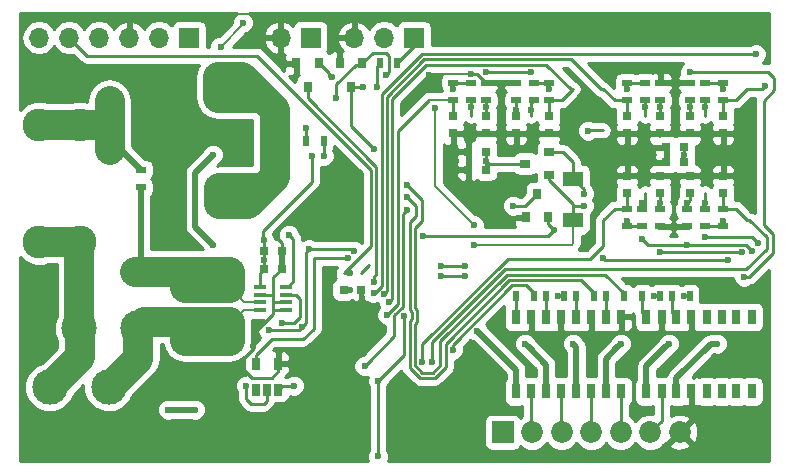
<source format=gbr>
G04 #@! TF.FileFunction,Copper,L2,Bot,Signal*
%FSLAX46Y46*%
G04 Gerber Fmt 4.6, Leading zero omitted, Abs format (unit mm)*
G04 Created by KiCad (PCBNEW 4.0.7) date 05/04/18 22:17:41*
%MOMM*%
%LPD*%
G01*
G04 APERTURE LIST*
%ADD10C,0.100000*%
%ADD11R,0.750000X0.800000*%
%ADD12R,0.800000X0.750000*%
%ADD13R,1.700000X1.300000*%
%ADD14R,0.800000X0.900000*%
%ADD15C,2.780000*%
%ADD16R,1.850000X1.850000*%
%ADD17C,1.850000*%
%ADD18C,3.000000*%
%ADD19R,1.700000X1.700000*%
%ADD20O,1.700000X1.700000*%
%ADD21R,0.900000X0.800000*%
%ADD22R,0.500000X0.900000*%
%ADD23R,0.900000X0.500000*%
%ADD24R,0.800000X1.300000*%
%ADD25R,1.060000X0.400000*%
%ADD26R,0.650000X1.060000*%
%ADD27C,0.600000*%
%ADD28C,0.250000*%
%ADD29C,0.200000*%
%ADD30C,0.500000*%
%ADD31C,2.540000*%
%ADD32C,0.254000*%
G04 APERTURE END LIST*
D10*
D11*
X99314000Y-47510000D03*
X99314000Y-49010000D03*
X96774000Y-47510000D03*
X96774000Y-49010000D03*
X96774000Y-54090000D03*
X96774000Y-52590000D03*
X99314000Y-54090000D03*
X99314000Y-52590000D03*
X84582000Y-47510000D03*
X84582000Y-49010000D03*
X82042000Y-47510000D03*
X82042000Y-49010000D03*
D12*
X98794000Y-51435000D03*
X97294000Y-51435000D03*
X82030000Y-52070000D03*
X80530000Y-52070000D03*
X97294000Y-50165000D03*
X98794000Y-50165000D03*
X80530000Y-50546000D03*
X82030000Y-50546000D03*
D11*
X102108000Y-49010000D03*
X102108000Y-47510000D03*
X93980000Y-49010000D03*
X93980000Y-47510000D03*
X93980000Y-52590000D03*
X93980000Y-54090000D03*
X102108000Y-52590000D03*
X102108000Y-54090000D03*
X87376000Y-49010000D03*
X87376000Y-47510000D03*
X79248000Y-49010000D03*
X79248000Y-47510000D03*
D12*
X71489000Y-62230000D03*
X69989000Y-62230000D03*
X64758000Y-60452000D03*
X63258000Y-60452000D03*
X63258000Y-58928000D03*
X64758000Y-58928000D03*
D13*
X89408000Y-56360000D03*
X89408000Y-52860000D03*
D14*
X69662000Y-43069000D03*
X71562000Y-43069000D03*
X70612000Y-45069000D03*
X65979000Y-43069000D03*
X67879000Y-43069000D03*
X66929000Y-45069000D03*
D15*
X47625000Y-48260000D03*
X44225000Y-48260000D03*
X47625000Y-58180000D03*
X44225000Y-58180000D03*
D16*
X83439000Y-74295000D03*
D17*
X85939000Y-74295000D03*
X88439000Y-74295000D03*
X90939000Y-74295000D03*
X93439000Y-74295000D03*
X95939000Y-74295000D03*
X98439000Y-74295000D03*
D18*
X52584360Y-65483740D03*
X50085000Y-70485000D03*
X45085000Y-70485000D03*
X47584360Y-65483740D03*
D19*
X67183000Y-40894000D03*
D20*
X64643000Y-40894000D03*
D19*
X56896000Y-40894000D03*
D20*
X54356000Y-40894000D03*
X51816000Y-40894000D03*
X49276000Y-40894000D03*
X46736000Y-40894000D03*
X44196000Y-40894000D03*
D19*
X75946000Y-40894000D03*
D20*
X73406000Y-40894000D03*
X70866000Y-40894000D03*
D14*
X87310000Y-56118000D03*
X85410000Y-56118000D03*
X86360000Y-54118000D03*
D21*
X87360000Y-50612000D03*
X87360000Y-52512000D03*
X85360000Y-51562000D03*
D22*
X84594000Y-62738000D03*
X86094000Y-62738000D03*
X87134000Y-62738000D03*
X88634000Y-62738000D03*
X89674000Y-62738000D03*
X91174000Y-62738000D03*
X92214000Y-62738000D03*
X93714000Y-62738000D03*
X95262000Y-62738000D03*
X96762000Y-62738000D03*
X97802000Y-62738000D03*
X99302000Y-62738000D03*
D23*
X99314000Y-44716000D03*
X99314000Y-46216000D03*
X96774000Y-44716000D03*
X96774000Y-46216000D03*
X96774000Y-56884000D03*
X96774000Y-55384000D03*
X99060000Y-56884000D03*
X99060000Y-55384000D03*
X84582000Y-44716000D03*
X84582000Y-46216000D03*
X82042000Y-44716000D03*
X82042000Y-46216000D03*
X100584000Y-44716000D03*
X100584000Y-46216000D03*
X95504000Y-44716000D03*
X95504000Y-46216000D03*
X95250000Y-56884000D03*
X95250000Y-55384000D03*
X100584000Y-56884000D03*
X100584000Y-55384000D03*
X86106000Y-44716000D03*
X86106000Y-46216000D03*
X80772000Y-44716000D03*
X80772000Y-46216000D03*
X102108000Y-46216000D03*
X102108000Y-44716000D03*
X93980000Y-46216000D03*
X93980000Y-44716000D03*
X93980000Y-55384000D03*
X93980000Y-56884000D03*
X102108000Y-55384000D03*
X102108000Y-56884000D03*
X87376000Y-46216000D03*
X87376000Y-44716000D03*
X79248000Y-46216000D03*
X79248000Y-44716000D03*
D22*
X66814000Y-49657000D03*
X68314000Y-49657000D03*
D23*
X52832000Y-53582000D03*
X52832000Y-52082000D03*
D22*
X74537000Y-43053000D03*
X73037000Y-43053000D03*
D24*
X84577000Y-64541000D03*
X85857000Y-64541000D03*
X87117000Y-64541000D03*
X88387000Y-64541000D03*
X89667000Y-64541000D03*
X90937000Y-64541000D03*
X92197000Y-64541000D03*
X93477000Y-64541000D03*
X93477000Y-70841000D03*
X92197000Y-70841000D03*
X90937000Y-70841000D03*
X89667000Y-70841000D03*
X88387000Y-70841000D03*
X87117000Y-70841000D03*
X85857000Y-70841000D03*
X84577000Y-70841000D03*
X95626000Y-64541000D03*
X96906000Y-64541000D03*
X98166000Y-64541000D03*
X99436000Y-64541000D03*
X100716000Y-64541000D03*
X101986000Y-64541000D03*
X103246000Y-64541000D03*
X104526000Y-64541000D03*
X104526000Y-70841000D03*
X103246000Y-70841000D03*
X101986000Y-70841000D03*
X100716000Y-70841000D03*
X99436000Y-70841000D03*
X98166000Y-70841000D03*
X96906000Y-70841000D03*
X95626000Y-70841000D03*
D25*
X62908000Y-63972000D03*
X62908000Y-63322000D03*
X62908000Y-62662000D03*
X62908000Y-62012000D03*
X65108000Y-62012000D03*
X65108000Y-62662000D03*
X65108000Y-63322000D03*
X65108000Y-63972000D03*
D26*
X64450000Y-70696000D03*
X63500000Y-70696000D03*
X62550000Y-70696000D03*
X62550000Y-68496000D03*
X64450000Y-68496000D03*
D27*
X90678000Y-48768000D03*
X99314000Y-46736000D03*
X77216000Y-44069000D03*
X68580000Y-67056000D03*
X98806000Y-61468000D03*
X64516000Y-67310000D03*
X61341000Y-68834000D03*
X77978000Y-74930000D03*
X77978000Y-71628000D03*
X80518000Y-67310000D03*
X80772000Y-43942000D03*
X98044000Y-54864000D03*
X57531000Y-75184000D03*
X68326000Y-56642000D03*
X64770000Y-59690000D03*
X96774000Y-46736000D03*
X96774000Y-54864000D03*
X99060000Y-54864000D03*
X84582000Y-46990000D03*
X82042000Y-46736000D03*
X82042000Y-51308000D03*
X98806000Y-50800000D03*
X73660000Y-64389000D03*
X73817603Y-63297005D03*
X77470000Y-68326000D03*
X76640021Y-68326000D03*
X73406000Y-62611000D03*
X72517000Y-62484000D03*
X105664000Y-44958000D03*
X104902000Y-42291000D03*
X57404000Y-72390000D03*
X55118000Y-72390000D03*
X63258000Y-59690000D03*
X67310000Y-50927000D03*
X67056000Y-58801000D03*
X70866000Y-58928000D03*
X66421000Y-65405000D03*
X63627000Y-65659000D03*
X73533000Y-44069000D03*
X69342000Y-45974000D03*
X61722000Y-70358000D03*
X63246000Y-58039000D03*
X70485000Y-62230000D03*
X70485000Y-60833000D03*
X59563000Y-41656000D03*
X61468000Y-39624000D03*
X81026000Y-58420000D03*
X81026000Y-56769000D03*
X77724000Y-46863000D03*
X102489000Y-59690000D03*
X91948000Y-59563000D03*
X90297000Y-55118000D03*
X50165000Y-49403000D03*
X50165000Y-47244000D03*
X50165000Y-48260000D03*
X50165000Y-50419000D03*
X50165000Y-46228000D03*
X90297000Y-54102000D03*
X72771000Y-45085000D03*
X72517000Y-50292000D03*
X71628000Y-45085000D03*
X68961000Y-44196000D03*
X72516984Y-61595000D03*
X96774000Y-59045010D03*
X103698118Y-59045010D03*
X104521000Y-58928000D03*
X99060000Y-58420000D03*
X95250000Y-57912000D03*
X100584000Y-57785000D03*
X105029000Y-58293000D03*
X59436000Y-66548000D03*
X60198000Y-66548000D03*
X57531000Y-66548000D03*
X56642000Y-66548000D03*
X58547000Y-66548000D03*
X76708000Y-57658000D03*
X87757000Y-57150000D03*
X84328000Y-55118000D03*
X58928000Y-58420000D03*
X58928000Y-50800000D03*
X61468000Y-54991000D03*
X60452000Y-54991000D03*
X62103000Y-44958000D03*
X62738000Y-45593000D03*
X61341000Y-44196000D03*
X60452000Y-44196000D03*
X59436000Y-44196000D03*
X62357000Y-54356000D03*
X63240000Y-53600000D03*
X59436000Y-54991000D03*
X59309000Y-45974000D03*
X59436000Y-53594000D03*
X52324000Y-60706000D03*
X60325000Y-60706000D03*
X58420000Y-60706000D03*
X56642000Y-60706000D03*
X54415000Y-60706000D03*
X98806000Y-62738000D03*
X80264000Y-60198000D03*
X78232000Y-60198000D03*
X96266000Y-62738000D03*
X80264000Y-61087000D03*
X78232000Y-61087000D03*
X75311000Y-53340000D03*
X75311000Y-54356000D03*
X88138000Y-62738000D03*
X79248000Y-67310000D03*
X81306592Y-65754306D03*
X85344000Y-66802000D03*
X89408000Y-66802000D03*
X93472000Y-66802000D03*
X97536000Y-66802000D03*
X101600000Y-66802000D03*
X102108000Y-45212000D03*
X93980000Y-45212000D03*
X93980000Y-56388000D03*
X102108000Y-56388000D03*
X87376000Y-45212000D03*
X79248000Y-45212000D03*
X66802000Y-48514000D03*
X68326000Y-50927000D03*
X71755000Y-68707000D03*
X75311000Y-55499000D03*
X65341500Y-57594500D03*
X64770000Y-65024000D03*
X65786000Y-70358000D03*
X75112999Y-64446921D03*
X72898000Y-76327000D03*
X72898000Y-69977000D03*
X70358000Y-59563000D03*
X85852000Y-43816032D03*
X82042000Y-43816032D03*
X103898341Y-61146021D03*
X99314000Y-43815000D03*
X100584000Y-46736000D03*
X95504000Y-46736000D03*
X95250000Y-54864000D03*
X100584000Y-54864000D03*
X85852000Y-46990000D03*
X80772000Y-46736000D03*
D28*
X91948000Y-48740000D02*
X90706000Y-48740000D01*
X90706000Y-48740000D02*
X90678000Y-48768000D01*
X71489000Y-60833000D02*
X72136000Y-60186000D01*
X99314000Y-46736000D02*
X99314000Y-47510000D01*
X99314000Y-47510000D02*
X99314000Y-46216000D01*
D29*
X64643000Y-40894000D02*
X64643000Y-38989000D01*
X64516000Y-38862000D02*
X60325000Y-38862000D01*
X64643000Y-38989000D02*
X64516000Y-38862000D01*
X80772000Y-43942000D02*
X78359000Y-43942000D01*
X78359000Y-43942000D02*
X78232000Y-44069000D01*
X77216000Y-44069000D02*
X78232000Y-44069000D01*
D28*
X68280001Y-67355999D02*
X68580000Y-67056000D01*
X67140000Y-68496000D02*
X68280001Y-67355999D01*
X64450000Y-68496000D02*
X67140000Y-68496000D01*
X71489000Y-64147000D02*
X68879999Y-66756001D01*
X71489000Y-62230000D02*
X71489000Y-64147000D01*
X68879999Y-66756001D02*
X68580000Y-67056000D01*
X61341000Y-68834000D02*
X61341000Y-68199000D01*
X64450000Y-68496000D02*
X64450000Y-69154000D01*
X62230000Y-69723000D02*
X61341000Y-68834000D01*
X63881000Y-69723000D02*
X62230000Y-69723000D01*
X64450000Y-69154000D02*
X63881000Y-69723000D01*
X64008000Y-64262000D02*
X64008000Y-63754000D01*
X62357000Y-65913000D02*
X64008000Y-64262000D01*
X62357000Y-67183000D02*
X62357000Y-65913000D01*
X61341000Y-68199000D02*
X62357000Y-67183000D01*
X87376000Y-49010000D02*
X89138000Y-49010000D01*
X89138000Y-49010000D02*
X89408000Y-48740000D01*
X99436000Y-64541000D02*
X99436000Y-64013000D01*
X77978000Y-71628000D02*
X77978000Y-74930000D01*
X64008000Y-62865000D02*
X64008000Y-61202000D01*
X64008000Y-61202000D02*
X64758000Y-60452000D01*
X82042000Y-44716000D02*
X82042000Y-44704000D01*
X82042000Y-44704000D02*
X81280000Y-43942000D01*
X81280000Y-43942000D02*
X80772000Y-43942000D01*
X84582000Y-44716000D02*
X82042000Y-44716000D01*
X99314000Y-44716000D02*
X96774000Y-44716000D01*
X96774000Y-52590000D02*
X97675000Y-52590000D01*
X98044000Y-52959000D02*
X98044000Y-54864000D01*
X97675000Y-52590000D02*
X98044000Y-52959000D01*
X64770000Y-58293000D02*
X64262000Y-57785000D01*
X64262000Y-57785000D02*
X64262000Y-57277000D01*
X64262000Y-57277000D02*
X64897000Y-56642000D01*
X64897000Y-56642000D02*
X68326000Y-56642000D01*
X64770000Y-58293000D02*
X64770000Y-59690000D01*
X65108000Y-63972000D02*
X64044000Y-63972000D01*
X64008000Y-63936000D02*
X64008000Y-63754000D01*
X64008000Y-63754000D02*
X64008000Y-62865000D01*
X64044000Y-63972000D02*
X64008000Y-63936000D01*
X62908000Y-62662000D02*
X63957000Y-62662000D01*
X64059000Y-63322000D02*
X65108000Y-63322000D01*
X64008000Y-63373000D02*
X64059000Y-63322000D01*
X64008000Y-62713000D02*
X64008000Y-62865000D01*
X64008000Y-62865000D02*
X64008000Y-63373000D01*
X63957000Y-62662000D02*
X64008000Y-62713000D01*
X96774000Y-46216000D02*
X96774000Y-46736000D01*
X96774000Y-47510000D02*
X96774000Y-46216000D01*
X96774000Y-54864000D02*
X96774000Y-55384000D01*
X96774000Y-54090000D02*
X96774000Y-55384000D01*
X99060000Y-54864000D02*
X99314000Y-54610000D01*
X99314000Y-54610000D02*
X99314000Y-54090000D01*
X99060000Y-55384000D02*
X99060000Y-54864000D01*
X99060000Y-55384000D02*
X99060000Y-54864000D01*
X84582000Y-46216000D02*
X84582000Y-46990000D01*
X84582000Y-47510000D02*
X84582000Y-46990000D01*
X82042000Y-46216000D02*
X82042000Y-47510000D01*
X82042000Y-46736000D02*
X82042000Y-46216000D01*
X85360000Y-51562000D02*
X82296000Y-51562000D01*
X82296000Y-51562000D02*
X82042000Y-51308000D01*
X82042000Y-51308000D02*
X82042000Y-52058000D01*
X82042000Y-52058000D02*
X82030000Y-52070000D01*
X82030000Y-51296000D02*
X82030000Y-50546000D01*
X82042000Y-51308000D02*
X82030000Y-51296000D01*
X98806000Y-50800000D02*
X98806000Y-50177000D01*
X98806000Y-50177000D02*
X98794000Y-50165000D01*
X98794000Y-50812000D02*
X98794000Y-51435000D01*
X98806000Y-50800000D02*
X98794000Y-50812000D01*
D29*
X79172000Y-46140000D02*
X77216000Y-46140000D01*
D28*
X77216000Y-46140000D02*
X74549000Y-48807000D01*
X74549000Y-48807000D02*
X74549000Y-63490610D01*
X73660000Y-64379610D02*
X73660000Y-64389000D01*
X74549000Y-63490610D02*
X73660000Y-64379610D01*
D29*
X79172000Y-46140000D02*
X79248000Y-46216000D01*
D28*
X79248000Y-47510000D02*
X79248000Y-46216000D01*
X87376000Y-46216000D02*
X88432000Y-46216000D01*
X87376000Y-46216000D02*
X87376000Y-47510000D01*
X89408000Y-45240000D02*
X89208000Y-45240000D01*
X89208000Y-45240000D02*
X87159022Y-43191022D01*
X87159022Y-43191022D02*
X76991215Y-43191022D01*
X88432000Y-46216000D02*
X89408000Y-45240000D01*
X74098989Y-63015619D02*
X73817603Y-63297005D01*
X76991215Y-43191022D02*
X74098989Y-46083248D01*
X74098989Y-46083248D02*
X74098989Y-63015619D01*
X102108000Y-55384000D02*
X103164000Y-55384000D01*
X102108000Y-54090000D02*
X102108000Y-55384000D01*
X104070989Y-60521011D02*
X83625399Y-60521011D01*
X83625399Y-60521011D02*
X77470000Y-66676410D01*
X105791000Y-58801000D02*
X104070989Y-60521011D01*
X104140000Y-56360000D02*
X104340000Y-56360000D01*
X104340000Y-56360000D02*
X105791000Y-57811000D01*
X105791000Y-57811000D02*
X105791000Y-58801000D01*
X77470000Y-66676410D02*
X77470000Y-67901736D01*
X77470000Y-67901736D02*
X77470000Y-68326000D01*
X103164000Y-55384000D02*
X104140000Y-56360000D01*
X91948000Y-56360000D02*
X91948000Y-58547000D01*
X90874011Y-59620989D02*
X83889011Y-59620989D01*
X91948000Y-58547000D02*
X90874011Y-59620989D01*
X83889011Y-59620989D02*
X76640021Y-66869979D01*
X76640021Y-66869979D02*
X76640021Y-67901736D01*
X76640021Y-67901736D02*
X76640021Y-68326000D01*
X92924000Y-55384000D02*
X91948000Y-56360000D01*
X93980000Y-55384000D02*
X92924000Y-55384000D01*
X93980000Y-54090000D02*
X93980000Y-55130000D01*
X93980000Y-55130000D02*
X93726000Y-55384000D01*
X73648978Y-45896848D02*
X73648978Y-62368022D01*
X76804815Y-42741011D02*
X73648978Y-45896848D01*
X89249011Y-42741011D02*
X76804815Y-42741011D01*
X91748000Y-45240000D02*
X89249011Y-42741011D01*
X73648978Y-62368022D02*
X73406000Y-62611000D01*
X91948000Y-45240000D02*
X91748000Y-45240000D01*
X92924000Y-46216000D02*
X91948000Y-45240000D01*
X93980000Y-46216000D02*
X92924000Y-46216000D01*
X93980000Y-46216000D02*
X93980000Y-47510000D01*
X94234000Y-45986000D02*
X93980000Y-45986000D01*
X73198967Y-61802033D02*
X73198967Y-61929033D01*
X73198967Y-45677263D02*
X73198967Y-61802033D01*
X72644000Y-62484000D02*
X72517000Y-62484000D01*
X73198967Y-61929033D02*
X72644000Y-62484000D01*
X105382000Y-45240000D02*
X105664000Y-44958000D01*
X104140000Y-45240000D02*
X105382000Y-45240000D01*
X76585230Y-42291000D02*
X73198967Y-45677263D01*
X104140000Y-42291000D02*
X104902000Y-42291000D01*
X104140000Y-42291000D02*
X76585230Y-42291000D01*
X103164000Y-46216000D02*
X104140000Y-45240000D01*
X102108000Y-46216000D02*
X103164000Y-46216000D01*
X102108000Y-46216000D02*
X102108000Y-47510000D01*
D30*
X57404000Y-72390000D02*
X55118000Y-72390000D01*
D28*
X63500000Y-70696000D02*
X63500000Y-71628000D01*
X61722000Y-71501000D02*
X61722000Y-70358000D01*
X62103000Y-71882000D02*
X61722000Y-71501000D01*
X63246000Y-71882000D02*
X62103000Y-71882000D01*
X63500000Y-71628000D02*
X63246000Y-71882000D01*
X67056000Y-58801000D02*
X66802000Y-59055000D01*
X66802000Y-65024000D02*
X66421000Y-65405000D01*
X66802000Y-59055000D02*
X66802000Y-65024000D01*
X63119000Y-57912000D02*
X63246000Y-58039000D01*
X63119000Y-57277000D02*
X63119000Y-57912000D01*
X67310000Y-53086000D02*
X63119000Y-57277000D01*
X67310000Y-50927000D02*
X67310000Y-53086000D01*
X70739000Y-58801000D02*
X67056000Y-58801000D01*
X70866000Y-58928000D02*
X70739000Y-58801000D01*
X66421000Y-65405000D02*
X66167000Y-65659000D01*
X66167000Y-65659000D02*
X63627000Y-65659000D01*
X71562000Y-43069000D02*
X72467000Y-42164000D01*
X73787000Y-43815000D02*
X73533000Y-44069000D01*
X73787000Y-42418000D02*
X73787000Y-43815000D01*
X73533000Y-42164000D02*
X73787000Y-42418000D01*
X72467000Y-42164000D02*
X73533000Y-42164000D01*
X70993000Y-43180000D02*
X71451000Y-43180000D01*
X69342000Y-44831000D02*
X70993000Y-43180000D01*
X69342000Y-45974000D02*
X69342000Y-44831000D01*
X71451000Y-43180000D02*
X71562000Y-43069000D01*
X61722000Y-70231000D02*
X61722000Y-70358000D01*
X62944000Y-61976000D02*
X62908000Y-62012000D01*
X63258000Y-58051000D02*
X63258000Y-58928000D01*
X63246000Y-58039000D02*
X63258000Y-58051000D01*
X63258000Y-60452000D02*
X63258000Y-59690000D01*
X63258000Y-59690000D02*
X63258000Y-58928000D01*
X62908000Y-62012000D02*
X62908000Y-60802000D01*
X62908000Y-60802000D02*
X63258000Y-60452000D01*
X70485000Y-62230000D02*
X69989000Y-62230000D01*
X69989000Y-60833000D02*
X72263000Y-58559000D01*
X72263000Y-58559000D02*
X72263000Y-52070000D01*
X72263000Y-52070000D02*
X71374000Y-51181000D01*
X71374000Y-51181000D02*
X62611000Y-42418000D01*
X46736000Y-40894000D02*
X48260000Y-42418000D01*
X62611000Y-42418000D02*
X62484000Y-42418000D01*
X48260000Y-42418000D02*
X62611000Y-42418000D01*
X70485000Y-60833000D02*
X69989000Y-60833000D01*
D29*
X59563000Y-41656000D02*
X61468000Y-39751000D01*
X61468000Y-39751000D02*
X61468000Y-39624000D01*
X89408000Y-56360000D02*
X89408000Y-58293000D01*
X89408000Y-58293000D02*
X89281000Y-58420000D01*
X89281000Y-58420000D02*
X81026000Y-58420000D01*
X81026000Y-56769000D02*
X77724000Y-53467000D01*
X77724000Y-53467000D02*
X77724000Y-46863000D01*
D28*
X102489000Y-59690000D02*
X92075000Y-59690000D01*
X92075000Y-59690000D02*
X91948000Y-59563000D01*
X90297000Y-55118000D02*
X89408000Y-55118000D01*
X89408000Y-56360000D02*
X89408000Y-56007000D01*
X87360000Y-52512000D02*
X87360000Y-52943000D01*
X87360000Y-52943000D02*
X89408000Y-54991000D01*
X89408000Y-54991000D02*
X89408000Y-55118000D01*
X89408000Y-55118000D02*
X89408000Y-56360000D01*
D30*
X50165000Y-50419000D02*
X51169000Y-50419000D01*
X51169000Y-50419000D02*
X52832000Y-52082000D01*
D31*
X50165000Y-48260000D02*
X50165000Y-49403000D01*
X50165000Y-47244000D02*
X50165000Y-48260000D01*
X50165000Y-48260000D02*
X50165000Y-48260000D01*
X50165000Y-48260000D02*
X50101500Y-48196500D01*
X50101500Y-48196500D02*
X50165000Y-48260000D01*
X50165000Y-48260000D02*
X50165000Y-50419000D01*
X50038000Y-48260000D02*
X50101500Y-48196500D01*
X50101500Y-48196500D02*
X50165000Y-48133000D01*
X50165000Y-48133000D02*
X50165000Y-46228000D01*
X47625000Y-48260000D02*
X50038000Y-48260000D01*
X44225000Y-48260000D02*
X47625000Y-48260000D01*
D28*
X89408000Y-52860000D02*
X90297000Y-53749000D01*
X90297000Y-53749000D02*
X90297000Y-54102000D01*
X89408000Y-52860000D02*
X89408000Y-51435000D01*
X88585000Y-50612000D02*
X87360000Y-50612000D01*
X89408000Y-51435000D02*
X88585000Y-50612000D01*
X73037000Y-43053000D02*
X72771000Y-43319000D01*
X72771000Y-43319000D02*
X72771000Y-45085000D01*
X70612000Y-45069000D02*
X70612000Y-48387000D01*
X70612000Y-48387000D02*
X72517000Y-50292000D01*
X70612000Y-45069000D02*
X70628000Y-45085000D01*
X70628000Y-45085000D02*
X71628000Y-45085000D01*
X68707000Y-43897000D02*
X67879000Y-43069000D01*
X68707000Y-44196000D02*
X68707000Y-43897000D01*
X68961000Y-44196000D02*
X68707000Y-44196000D01*
X72748956Y-51815919D02*
X72748956Y-60938764D01*
X72748956Y-60938764D02*
X72516984Y-61170736D01*
X72516984Y-61170736D02*
X72516984Y-61595000D01*
X66929000Y-45069000D02*
X66929000Y-45995963D01*
X66929000Y-45995963D02*
X72748956Y-51815919D01*
X72748956Y-51815919D02*
X72748965Y-51815919D01*
X72748965Y-51815919D02*
X72748956Y-51815919D01*
D31*
X47625000Y-58180000D02*
X44225000Y-58180000D01*
X47584360Y-65483740D02*
X47584360Y-58220640D01*
X47584360Y-58220640D02*
X47625000Y-58180000D01*
X45085000Y-70485000D02*
X47625000Y-67945000D01*
X47625000Y-67945000D02*
X47625000Y-65524380D01*
X47625000Y-65524380D02*
X47584360Y-65483740D01*
D28*
X85857000Y-70841000D02*
X85857000Y-74213000D01*
X85857000Y-74213000D02*
X85939000Y-74295000D01*
X103698118Y-59045010D02*
X96774000Y-59045010D01*
X88387000Y-70841000D02*
X88387000Y-74243000D01*
X88387000Y-74243000D02*
X88439000Y-74295000D01*
X104221001Y-58628001D02*
X104521000Y-58928000D01*
X104013000Y-58420000D02*
X104221001Y-58628001D01*
X99060000Y-58420000D02*
X104013000Y-58420000D01*
X95758000Y-58420000D02*
X99060000Y-58420000D01*
X95250000Y-57912000D02*
X95758000Y-58420000D01*
X90937000Y-70841000D02*
X90937000Y-74293000D01*
X90937000Y-74293000D02*
X90939000Y-74295000D01*
X104521000Y-57785000D02*
X100584000Y-57785000D01*
X105029000Y-58293000D02*
X104521000Y-57785000D01*
X93477000Y-70841000D02*
X93477000Y-74257000D01*
X93477000Y-74257000D02*
X93439000Y-74295000D01*
D29*
X62908000Y-63972000D02*
X61559000Y-63972000D01*
X61559000Y-63972000D02*
X60583200Y-64947800D01*
X60583200Y-64947800D02*
X60325000Y-64947800D01*
D28*
X60325000Y-65405000D02*
X60325000Y-66548000D01*
D31*
X59436000Y-66548000D02*
X60325000Y-66548000D01*
X60325000Y-64947800D02*
X60325000Y-66548000D01*
X60325000Y-66548000D02*
X60325000Y-66294000D01*
X60325000Y-66294000D02*
X60198000Y-66548000D01*
X56769000Y-66548000D02*
X57531000Y-66548000D01*
X56642000Y-66548000D02*
X56769000Y-66548000D01*
X56769000Y-66548000D02*
X56515000Y-66548000D01*
X56515000Y-65659000D02*
X56515000Y-66548000D01*
X58547000Y-66548000D02*
X60198000Y-66548000D01*
X56642000Y-66548000D02*
X56515000Y-66548000D01*
X56515000Y-66548000D02*
X58547000Y-66548000D01*
X56642000Y-64947800D02*
X56642000Y-66548000D01*
X60325000Y-64947800D02*
X60325000Y-64947800D01*
X60198000Y-65074800D02*
X60198000Y-66548000D01*
X52584360Y-65483740D02*
X53120300Y-64947800D01*
X53120300Y-64947800D02*
X56642000Y-64947800D01*
X56642000Y-64947800D02*
X58547000Y-64947800D01*
X58547000Y-64947800D02*
X60325000Y-64947800D01*
X50085000Y-70485000D02*
X50165000Y-70485000D01*
X50165000Y-70485000D02*
X52584360Y-68065640D01*
X52584360Y-68065640D02*
X52584360Y-65483740D01*
D28*
X74537000Y-43053000D02*
X75946000Y-41644000D01*
X75946000Y-41644000D02*
X75946000Y-40894000D01*
X87249000Y-57658000D02*
X87757000Y-57150000D01*
X76708000Y-57658000D02*
X87249000Y-57658000D01*
X87310000Y-56703000D02*
X87310000Y-56118000D01*
X87757000Y-57150000D02*
X87310000Y-56703000D01*
X86360000Y-54118000D02*
X86344000Y-54118000D01*
X86344000Y-54118000D02*
X85344000Y-55118000D01*
X85344000Y-55118000D02*
X84328000Y-55118000D01*
D30*
X57404000Y-56896000D02*
X58928000Y-58420000D01*
X57404000Y-52324000D02*
X57404000Y-56896000D01*
X58928000Y-50800000D02*
X57404000Y-52324000D01*
D31*
X60452000Y-54991000D02*
X61468000Y-54991000D01*
X59309000Y-45847000D02*
X61214000Y-45847000D01*
X61214000Y-45847000D02*
X62103000Y-44958000D01*
X60452000Y-44196000D02*
X61214000Y-44196000D01*
X61214000Y-44196000D02*
X61341000Y-44196000D01*
X59436000Y-44196000D02*
X60452000Y-44196000D01*
X59309000Y-44323000D02*
X59309000Y-44196000D01*
X59309000Y-44450000D02*
X59309000Y-44196000D01*
X59309000Y-44196000D02*
X59309000Y-44323000D01*
X59309000Y-44577000D02*
X59309000Y-44323000D01*
X59309000Y-44323000D02*
X59309000Y-44450000D01*
X59309000Y-45974000D02*
X59309000Y-45847000D01*
X59309000Y-45847000D02*
X59309000Y-44577000D01*
X59309000Y-44577000D02*
X59309000Y-44450000D01*
X59309000Y-44450000D02*
X59436000Y-44196000D01*
X61087000Y-54991000D02*
X60452000Y-54991000D01*
X60452000Y-54991000D02*
X61722000Y-54991000D01*
X61722000Y-54991000D02*
X62357000Y-54356000D01*
X63240000Y-53600000D02*
X63246000Y-53594000D01*
X63246000Y-53594000D02*
X64135000Y-52705000D01*
X61087000Y-54991000D02*
X61849000Y-54991000D01*
X59436000Y-53594000D02*
X59436000Y-54991000D01*
X59436000Y-53594000D02*
X59436000Y-54991000D01*
X59309000Y-45974000D02*
X59436000Y-45847000D01*
X59436000Y-45847000D02*
X59436000Y-44196000D01*
X59436000Y-44196000D02*
X61341000Y-44196000D01*
X61341000Y-44196000D02*
X62738000Y-45593000D01*
X62738000Y-45593000D02*
X64135000Y-46990000D01*
X59436000Y-53594000D02*
X59436000Y-54991000D01*
X59436000Y-54991000D02*
X61849000Y-54991000D01*
X61849000Y-54991000D02*
X64135000Y-52705000D01*
X59309000Y-45974000D02*
X63119000Y-45974000D01*
X63119000Y-45974000D02*
X64135000Y-46990000D01*
X64135000Y-46990000D02*
X64135000Y-52705000D01*
X64135000Y-52705000D02*
X63246000Y-53594000D01*
X63246000Y-53594000D02*
X59436000Y-53594000D01*
D29*
X62908000Y-63322000D02*
X61544000Y-63322000D01*
X61544000Y-63322000D02*
X60325000Y-62103000D01*
D31*
X56642000Y-60706000D02*
X56515000Y-60833000D01*
X56515000Y-60833000D02*
X56515000Y-62103000D01*
X56515000Y-62103000D02*
X60325000Y-62103000D01*
X60325000Y-62103000D02*
X60325000Y-60706000D01*
D30*
X52832000Y-53582000D02*
X52832000Y-60198000D01*
X52832000Y-60198000D02*
X52324000Y-60706000D01*
D31*
X55245000Y-60706000D02*
X52324000Y-60706000D01*
X60325000Y-60706000D02*
X58420000Y-60706000D01*
X56642000Y-60706000D02*
X58420000Y-60706000D01*
X56642000Y-60706000D02*
X54415000Y-60706000D01*
X54415000Y-60706000D02*
X55245000Y-60706000D01*
D28*
X84594000Y-62738000D02*
X84594000Y-64524000D01*
X84594000Y-64524000D02*
X84577000Y-64541000D01*
X98806000Y-62738000D02*
X99302000Y-62738000D01*
X78232000Y-60198000D02*
X80264000Y-60198000D01*
X87134000Y-62738000D02*
X87134000Y-64524000D01*
X87134000Y-64524000D02*
X87117000Y-64541000D01*
X96762000Y-62738000D02*
X96266000Y-62738000D01*
X78232000Y-61087000D02*
X80264000Y-61087000D01*
X89674000Y-62738000D02*
X89674000Y-64534000D01*
X89674000Y-64534000D02*
X89667000Y-64541000D01*
X76015011Y-57023000D02*
X76581000Y-56457011D01*
X76581000Y-54610000D02*
X75610999Y-53639999D01*
X76581000Y-56457011D02*
X76581000Y-54610000D01*
X75610999Y-53639999D02*
X75311000Y-53340000D01*
X76188012Y-63960519D02*
X76015011Y-63787518D01*
X76188012Y-64933323D02*
X76188012Y-63960519D01*
X76015011Y-63787518D02*
X76015011Y-57023000D01*
X76015011Y-65106324D02*
X76188012Y-64933323D01*
X76015011Y-68647601D02*
X76015011Y-65106324D01*
X76640399Y-69272989D02*
X76015011Y-68647601D01*
X77537601Y-69272989D02*
X76640399Y-69272989D01*
X93714000Y-62738000D02*
X93714000Y-62538000D01*
X93714000Y-62538000D02*
X92147022Y-60971022D01*
X78172988Y-66609832D02*
X78172988Y-68637602D01*
X78172988Y-68637602D02*
X77537601Y-69272989D01*
X83811798Y-60971022D02*
X78172988Y-66609832D01*
X92147022Y-60971022D02*
X83811798Y-60971022D01*
X92214000Y-62738000D02*
X92214000Y-64524000D01*
X92214000Y-64524000D02*
X92197000Y-64541000D01*
X76073000Y-55118000D02*
X75610999Y-54655999D01*
X75565000Y-63973918D02*
X75565000Y-56515000D01*
X76073000Y-56007000D02*
X76073000Y-55118000D01*
X75738001Y-64146919D02*
X75565000Y-63973918D01*
X75565000Y-56515000D02*
X76073000Y-56007000D01*
X75610999Y-54655999D02*
X75311000Y-54356000D01*
X78622999Y-68824002D02*
X77724001Y-69723000D01*
X83998197Y-61421033D02*
X78622999Y-66796231D01*
X90057033Y-61421033D02*
X83998197Y-61421033D01*
X75738001Y-64746923D02*
X75738001Y-64146919D01*
X91174000Y-62538000D02*
X90057033Y-61421033D01*
X91174000Y-62738000D02*
X91174000Y-62538000D01*
X77724001Y-69723000D02*
X76453999Y-69723000D01*
X75565000Y-68834001D02*
X75565000Y-64919924D01*
X76453999Y-69723000D02*
X75565000Y-68834001D01*
X78622999Y-66796231D02*
X78622999Y-68824002D01*
X75565000Y-64919924D02*
X75738001Y-64746923D01*
X95262000Y-62738000D02*
X95262000Y-64177000D01*
X95262000Y-64177000D02*
X95626000Y-64541000D01*
X88138000Y-62738000D02*
X88634000Y-62738000D01*
X97802000Y-62738000D02*
X97802000Y-64177000D01*
X97802000Y-64177000D02*
X98166000Y-64541000D01*
X79248000Y-66885736D02*
X79248000Y-67310000D01*
X84262692Y-61871044D02*
X79248000Y-66885736D01*
X85427044Y-61871044D02*
X84262692Y-61871044D01*
X86094000Y-62538000D02*
X85427044Y-61871044D01*
X86094000Y-62738000D02*
X86094000Y-62538000D01*
D30*
X81606591Y-66054305D02*
X81306592Y-65754306D01*
X84577000Y-69024714D02*
X81606591Y-66054305D01*
X84577000Y-70841000D02*
X84577000Y-69024714D01*
X85643999Y-67101999D02*
X85344000Y-66802000D01*
X87117000Y-68575000D02*
X85643999Y-67101999D01*
X87117000Y-70841000D02*
X87117000Y-68575000D01*
X89667000Y-67061000D02*
X89408000Y-66802000D01*
X89667000Y-70841000D02*
X89667000Y-67061000D01*
X93172001Y-67101999D02*
X93472000Y-66802000D01*
X92197000Y-70841000D02*
X92197000Y-68077000D01*
X92197000Y-68077000D02*
X93172001Y-67101999D01*
X95626000Y-68712000D02*
X97236001Y-67101999D01*
X95626000Y-70841000D02*
X95626000Y-68712000D01*
X97236001Y-67101999D02*
X97536000Y-66802000D01*
X101175736Y-66802000D02*
X101600000Y-66802000D01*
X101055000Y-66802000D02*
X101175736Y-66802000D01*
X98166000Y-69691000D02*
X101055000Y-66802000D01*
X98166000Y-70841000D02*
X98166000Y-69691000D01*
D28*
X102108000Y-45212000D02*
X102108000Y-44716000D01*
X102108000Y-44716000D02*
X100584000Y-44716000D01*
X100584000Y-44716000D02*
X100596000Y-44704000D01*
X93980000Y-45212000D02*
X93980000Y-44716000D01*
X95504000Y-44716000D02*
X93980000Y-44716000D01*
X93980000Y-56388000D02*
X93726000Y-56884000D01*
X95250000Y-56884000D02*
X93726000Y-56884000D01*
X102108000Y-56388000D02*
X102108000Y-56884000D01*
X102108000Y-56884000D02*
X100584000Y-56884000D01*
X86106000Y-44716000D02*
X87376000Y-44716000D01*
X87376000Y-45212000D02*
X87376000Y-44716000D01*
X80772000Y-44716000D02*
X79248000Y-44716000D01*
X79248000Y-45212000D02*
X79248000Y-44716000D01*
X66814000Y-48526000D02*
X66814000Y-49657000D01*
X66802000Y-48514000D02*
X66814000Y-48526000D01*
X68314000Y-49657000D02*
X68314000Y-50915000D01*
X68314000Y-50915000D02*
X68326000Y-50927000D01*
X74285002Y-64391019D02*
X74285002Y-66176998D01*
X74285002Y-66176998D02*
X72054999Y-68407001D01*
X75011001Y-55798999D02*
X75011001Y-63665020D01*
X75011001Y-63665020D02*
X74285002Y-64391019D01*
X75311000Y-55499000D02*
X75011001Y-55798999D01*
X72054999Y-68407001D02*
X71755000Y-68707000D01*
X65108000Y-62012000D02*
X65242000Y-62012000D01*
X65242000Y-62012000D02*
X65722500Y-61531500D01*
X65722500Y-61531500D02*
X65722500Y-57975500D01*
X65722500Y-57975500D02*
X65341500Y-57594500D01*
X65108000Y-62662000D02*
X65964000Y-62662000D01*
X65786000Y-65024000D02*
X64770000Y-65024000D01*
X66294000Y-64516000D02*
X65786000Y-65024000D01*
X66294000Y-62992000D02*
X66294000Y-64516000D01*
X65964000Y-62662000D02*
X66294000Y-62992000D01*
X64788000Y-70358000D02*
X65786000Y-70358000D01*
X64450000Y-70696000D02*
X64788000Y-70358000D01*
X75112999Y-64871185D02*
X75112999Y-64446921D01*
X75112999Y-67762001D02*
X75112999Y-64871185D01*
X72898000Y-69977000D02*
X75112999Y-67762001D01*
X72898000Y-69977000D02*
X72898000Y-76327000D01*
X70358000Y-59563000D02*
X67437000Y-59563000D01*
X67437000Y-59563000D02*
X67437000Y-65532000D01*
X67437000Y-65532000D02*
X66548000Y-66421000D01*
X66548000Y-66421000D02*
X63881000Y-66421000D01*
X63881000Y-66421000D02*
X62550000Y-67752000D01*
X62550000Y-67752000D02*
X62550000Y-68496000D01*
X85427736Y-43816032D02*
X82042000Y-43816032D01*
X85852000Y-43816032D02*
X85427736Y-43816032D01*
X96906000Y-70841000D02*
X96906000Y-73328000D01*
X96906000Y-73328000D02*
X95939000Y-74295000D01*
X105537000Y-46228000D02*
X105537000Y-56769000D01*
X106299000Y-57531000D02*
X106299000Y-59169626D01*
X105537000Y-56769000D02*
X106299000Y-57531000D01*
X106426000Y-44323000D02*
X106426000Y-45339000D01*
X105918000Y-43815000D02*
X106426000Y-44323000D01*
X104322605Y-61146021D02*
X103898341Y-61146021D01*
X99314000Y-43815000D02*
X105918000Y-43815000D01*
X106426000Y-45339000D02*
X105537000Y-46228000D01*
X106299000Y-59169626D02*
X104322605Y-61146021D01*
X100584000Y-47510000D02*
X100584000Y-46736000D01*
X100596000Y-46216000D02*
X100584000Y-46228000D01*
X100584000Y-46736000D02*
X100584000Y-46228000D01*
X95504000Y-47510000D02*
X95504000Y-46736000D01*
X95504000Y-46736000D02*
X95504000Y-46216000D01*
X95492000Y-46724000D02*
X95504000Y-46736000D01*
X95504000Y-54090000D02*
X95504000Y-54610000D01*
X95504000Y-54610000D02*
X95250000Y-54864000D01*
X95504000Y-54090000D02*
X95504000Y-55130000D01*
X95504000Y-55130000D02*
X95250000Y-55384000D01*
X100584000Y-54090000D02*
X100584000Y-55384000D01*
X100584000Y-54864000D02*
X100584000Y-54090000D01*
X100584000Y-54864000D02*
X100584000Y-55384000D01*
X85852000Y-46990000D02*
X85852000Y-46470000D01*
X85852000Y-46990000D02*
X85852000Y-47510000D01*
X85852000Y-46470000D02*
X86106000Y-46216000D01*
X80772000Y-46736000D02*
X80772000Y-47510000D01*
X80772000Y-46216000D02*
X80772000Y-46736000D01*
D32*
G36*
X105970000Y-76760000D02*
X73730606Y-76760000D01*
X73832838Y-76513799D01*
X73833162Y-76141833D01*
X73691117Y-75798057D01*
X73658000Y-75764882D01*
X73658000Y-70539463D01*
X73690192Y-70507327D01*
X73832838Y-70163799D01*
X73832879Y-70116923D01*
X74856566Y-69093236D01*
X74862852Y-69124840D01*
X75027599Y-69371402D01*
X75916598Y-70260401D01*
X76163159Y-70425148D01*
X76211413Y-70434746D01*
X76453999Y-70483000D01*
X77724001Y-70483000D01*
X78014840Y-70425148D01*
X78261402Y-70260401D01*
X79160400Y-69361403D01*
X79325147Y-69114841D01*
X79382999Y-68824002D01*
X79382999Y-68245118D01*
X79433167Y-68245162D01*
X79776943Y-68103117D01*
X80040192Y-67840327D01*
X80182838Y-67496799D01*
X80183162Y-67124833D01*
X80154083Y-67054455D01*
X80719202Y-66489336D01*
X80776265Y-66546498D01*
X80897579Y-66596872D01*
X80980799Y-66680092D01*
X80980801Y-66680095D01*
X83692000Y-69391293D01*
X83692000Y-69776025D01*
X83580569Y-69939110D01*
X83529560Y-70191000D01*
X83529560Y-71491000D01*
X83573838Y-71726317D01*
X83712910Y-71942441D01*
X83925110Y-72087431D01*
X84177000Y-72138440D01*
X84977000Y-72138440D01*
X85097000Y-72115860D01*
X85097000Y-72954985D01*
X85056486Y-72971725D01*
X84938251Y-73089754D01*
X84828090Y-72918559D01*
X84615890Y-72773569D01*
X84364000Y-72722560D01*
X82514000Y-72722560D01*
X82278683Y-72766838D01*
X82062559Y-72905910D01*
X81917569Y-73118110D01*
X81866560Y-73370000D01*
X81866560Y-75220000D01*
X81910838Y-75455317D01*
X82049910Y-75671441D01*
X82262110Y-75816431D01*
X82514000Y-75867440D01*
X84364000Y-75867440D01*
X84599317Y-75823162D01*
X84815441Y-75684090D01*
X84939771Y-75502126D01*
X85054177Y-75616732D01*
X85627336Y-75854728D01*
X86247942Y-75855270D01*
X86821514Y-75618275D01*
X87189256Y-75251174D01*
X87554177Y-75616732D01*
X88127336Y-75854728D01*
X88747942Y-75855270D01*
X89321514Y-75618275D01*
X89689256Y-75251174D01*
X90054177Y-75616732D01*
X90627336Y-75854728D01*
X91247942Y-75855270D01*
X91821514Y-75618275D01*
X92189256Y-75251174D01*
X92554177Y-75616732D01*
X93127336Y-75854728D01*
X93747942Y-75855270D01*
X94321514Y-75618275D01*
X94689256Y-75251174D01*
X95054177Y-75616732D01*
X95627336Y-75854728D01*
X96247942Y-75855270D01*
X96821514Y-75618275D01*
X97046926Y-75393256D01*
X97520349Y-75393256D01*
X97609821Y-75652332D01*
X98192368Y-75866325D01*
X98812461Y-75841097D01*
X99268179Y-75652332D01*
X99357651Y-75393256D01*
X98439000Y-74474605D01*
X97520349Y-75393256D01*
X97046926Y-75393256D01*
X97256121Y-75184426D01*
X97340744Y-75213651D01*
X98259395Y-74295000D01*
X98618605Y-74295000D01*
X99537256Y-75213651D01*
X99796332Y-75124179D01*
X100010325Y-74541632D01*
X99985097Y-73921539D01*
X99796332Y-73465821D01*
X99537256Y-73376349D01*
X98618605Y-74295000D01*
X98259395Y-74295000D01*
X98245253Y-74280858D01*
X98424858Y-74101253D01*
X98439000Y-74115395D01*
X99357651Y-73196744D01*
X99268179Y-72937668D01*
X98685632Y-72723675D01*
X98065539Y-72748903D01*
X97666000Y-72914398D01*
X97666000Y-72118189D01*
X97766000Y-72138440D01*
X98566000Y-72138440D01*
X98801317Y-72094162D01*
X98813657Y-72086222D01*
X98909690Y-72126000D01*
X99150250Y-72126000D01*
X99309000Y-71967250D01*
X99309000Y-70968000D01*
X99289000Y-70968000D01*
X99289000Y-70714000D01*
X99309000Y-70714000D01*
X99309000Y-70694000D01*
X99563000Y-70694000D01*
X99563000Y-70714000D01*
X99583000Y-70714000D01*
X99583000Y-70968000D01*
X99563000Y-70968000D01*
X99563000Y-71967250D01*
X99721750Y-72126000D01*
X99962310Y-72126000D01*
X100060832Y-72085191D01*
X100064110Y-72087431D01*
X100316000Y-72138440D01*
X101116000Y-72138440D01*
X101351317Y-72094162D01*
X101355155Y-72091693D01*
X101586000Y-72138440D01*
X102386000Y-72138440D01*
X102621317Y-72094162D01*
X102622761Y-72093233D01*
X102846000Y-72138440D01*
X103646000Y-72138440D01*
X103881317Y-72094162D01*
X103887548Y-72090152D01*
X104126000Y-72138440D01*
X104926000Y-72138440D01*
X105161317Y-72094162D01*
X105377441Y-71955090D01*
X105522431Y-71742890D01*
X105573440Y-71491000D01*
X105573440Y-70191000D01*
X105529162Y-69955683D01*
X105390090Y-69739559D01*
X105177890Y-69594569D01*
X104926000Y-69543560D01*
X104126000Y-69543560D01*
X103890683Y-69587838D01*
X103884452Y-69591848D01*
X103646000Y-69543560D01*
X102846000Y-69543560D01*
X102610683Y-69587838D01*
X102609239Y-69588767D01*
X102386000Y-69543560D01*
X101586000Y-69543560D01*
X101350683Y-69587838D01*
X101346845Y-69590307D01*
X101116000Y-69543560D01*
X100316000Y-69543560D01*
X100080683Y-69587838D01*
X100064427Y-69598298D01*
X99962310Y-69556000D01*
X99721750Y-69556000D01*
X99563002Y-69714748D01*
X99563002Y-69556000D01*
X99552580Y-69556000D01*
X101383906Y-67724673D01*
X101413201Y-67736838D01*
X101785167Y-67737162D01*
X102128943Y-67595117D01*
X102392192Y-67332327D01*
X102534838Y-66988799D01*
X102535162Y-66616833D01*
X102393117Y-66273057D01*
X102130327Y-66009808D01*
X101786799Y-65867162D01*
X101414833Y-65866838D01*
X101293431Y-65917000D01*
X101055005Y-65917000D01*
X101055000Y-65916999D01*
X100772516Y-65973190D01*
X100716325Y-65984367D01*
X100429210Y-66176210D01*
X100429208Y-66176213D01*
X97540210Y-69065210D01*
X97348367Y-69352325D01*
X97348367Y-69352326D01*
X97310160Y-69544402D01*
X97306000Y-69543560D01*
X96511000Y-69543560D01*
X96511000Y-69078580D01*
X97861788Y-67727791D01*
X97861791Y-67727789D01*
X97944835Y-67644744D01*
X98064943Y-67595117D01*
X98328192Y-67332327D01*
X98470838Y-66988799D01*
X98471162Y-66616833D01*
X98329117Y-66273057D01*
X98066327Y-66009808D01*
X97722799Y-65867162D01*
X97350833Y-65866838D01*
X97007057Y-66008883D01*
X96743808Y-66271673D01*
X96693434Y-66392986D01*
X96610211Y-66476209D01*
X96610209Y-66476212D01*
X95000210Y-68086210D01*
X94808367Y-68373325D01*
X94808367Y-68373326D01*
X94740999Y-68712000D01*
X94741000Y-68712005D01*
X94741000Y-69776025D01*
X94629569Y-69939110D01*
X94578560Y-70191000D01*
X94578560Y-71491000D01*
X94622838Y-71726317D01*
X94761910Y-71942441D01*
X94974110Y-72087431D01*
X95226000Y-72138440D01*
X96026000Y-72138440D01*
X96146000Y-72115860D01*
X96146000Y-72735181D01*
X95630058Y-72734730D01*
X95056486Y-72971725D01*
X94688744Y-73338826D01*
X94323823Y-72973268D01*
X94237000Y-72937216D01*
X94237000Y-72013931D01*
X94328441Y-71955090D01*
X94473431Y-71742890D01*
X94524440Y-71491000D01*
X94524440Y-70191000D01*
X94480162Y-69955683D01*
X94341090Y-69739559D01*
X94128890Y-69594569D01*
X93877000Y-69543560D01*
X93082000Y-69543560D01*
X93082000Y-68443580D01*
X93797788Y-67727791D01*
X93797791Y-67727789D01*
X93880835Y-67644744D01*
X94000943Y-67595117D01*
X94264192Y-67332327D01*
X94406838Y-66988799D01*
X94407162Y-66616833D01*
X94265117Y-66273057D01*
X94002327Y-66009808D01*
X93658799Y-65867162D01*
X93286833Y-65866838D01*
X92943057Y-66008883D01*
X92679808Y-66271673D01*
X92629434Y-66392986D01*
X92546211Y-66476209D01*
X92546209Y-66476212D01*
X91571210Y-67451210D01*
X91379367Y-67738325D01*
X91379367Y-67738326D01*
X91311999Y-68077000D01*
X91312000Y-68077005D01*
X91312000Y-69543560D01*
X90552000Y-69543560D01*
X90552000Y-67061000D01*
X90484633Y-66722325D01*
X90292790Y-66435210D01*
X90292787Y-66435208D01*
X90250745Y-66393166D01*
X90201117Y-66273057D01*
X89938327Y-66009808D01*
X89594799Y-65867162D01*
X89222833Y-65866838D01*
X88879057Y-66008883D01*
X88615808Y-66271673D01*
X88473162Y-66615201D01*
X88472838Y-66987167D01*
X88614883Y-67330943D01*
X88782000Y-67498352D01*
X88782000Y-69543560D01*
X88002000Y-69543560D01*
X88002000Y-68575005D01*
X88002001Y-68575000D01*
X87934633Y-68236326D01*
X87934633Y-68236325D01*
X87742790Y-67949210D01*
X87742787Y-67949208D01*
X86269789Y-66476209D01*
X86269786Y-66476207D01*
X86186745Y-66393165D01*
X86137117Y-66273057D01*
X85874327Y-66009808D01*
X85530799Y-65867162D01*
X85158833Y-65866838D01*
X84815057Y-66008883D01*
X84551808Y-66271673D01*
X84409162Y-66615201D01*
X84408838Y-66987167D01*
X84550883Y-67330943D01*
X84813673Y-67594192D01*
X84934987Y-67644566D01*
X85018207Y-67727786D01*
X85018209Y-67727789D01*
X86232000Y-68941579D01*
X86232000Y-69543560D01*
X85462000Y-69543560D01*
X85462000Y-69024719D01*
X85462001Y-69024714D01*
X85394633Y-68686040D01*
X85394633Y-68686039D01*
X85202790Y-68398924D01*
X85202787Y-68398922D01*
X82232381Y-65428515D01*
X82232378Y-65428513D01*
X82149337Y-65345471D01*
X82099709Y-65225363D01*
X82041493Y-65167045D01*
X83604603Y-63603935D01*
X83580569Y-63639110D01*
X83529560Y-63891000D01*
X83529560Y-65191000D01*
X83573838Y-65426317D01*
X83712910Y-65642441D01*
X83925110Y-65787431D01*
X84177000Y-65838440D01*
X84977000Y-65838440D01*
X85212317Y-65794162D01*
X85228573Y-65783702D01*
X85330690Y-65826000D01*
X85571250Y-65826000D01*
X85730000Y-65667250D01*
X85730000Y-64668000D01*
X85710000Y-64668000D01*
X85710000Y-64414000D01*
X85730000Y-64414000D01*
X85730000Y-64394000D01*
X85984000Y-64394000D01*
X85984000Y-64414000D01*
X86004000Y-64414000D01*
X86004000Y-64668000D01*
X85984000Y-64668000D01*
X85984000Y-65667250D01*
X86142750Y-65826000D01*
X86383310Y-65826000D01*
X86472709Y-65788970D01*
X86717000Y-65838440D01*
X87517000Y-65838440D01*
X87752317Y-65794162D01*
X87764657Y-65786222D01*
X87860690Y-65826000D01*
X88101250Y-65826000D01*
X88260000Y-65667250D01*
X88260000Y-64668000D01*
X88240000Y-64668000D01*
X88240000Y-64414000D01*
X88260000Y-64414000D01*
X88260000Y-64394000D01*
X88514000Y-64394000D01*
X88514000Y-64414000D01*
X88534000Y-64414000D01*
X88534000Y-64668000D01*
X88514000Y-64668000D01*
X88514000Y-65667250D01*
X88672750Y-65826000D01*
X88913310Y-65826000D01*
X89011832Y-65785191D01*
X89015110Y-65787431D01*
X89267000Y-65838440D01*
X90067000Y-65838440D01*
X90302317Y-65794162D01*
X90314657Y-65786222D01*
X90410690Y-65826000D01*
X90651250Y-65826000D01*
X90810000Y-65667250D01*
X90810000Y-64668000D01*
X90790000Y-64668000D01*
X90790000Y-64414000D01*
X90810000Y-64414000D01*
X90810000Y-64394000D01*
X91064000Y-64394000D01*
X91064000Y-64414000D01*
X91084000Y-64414000D01*
X91084000Y-64668000D01*
X91064000Y-64668000D01*
X91064000Y-65667250D01*
X91222750Y-65826000D01*
X91463310Y-65826000D01*
X91552709Y-65788970D01*
X91797000Y-65838440D01*
X92597000Y-65838440D01*
X92832317Y-65794162D01*
X92848573Y-65783702D01*
X92950690Y-65826000D01*
X93191250Y-65826000D01*
X93350000Y-65667250D01*
X93350000Y-64668000D01*
X93604000Y-64668000D01*
X93604000Y-65667250D01*
X93762750Y-65826000D01*
X94003310Y-65826000D01*
X94236699Y-65729327D01*
X94415327Y-65550698D01*
X94512000Y-65317309D01*
X94512000Y-64826750D01*
X94353250Y-64668000D01*
X93604000Y-64668000D01*
X93350000Y-64668000D01*
X93330000Y-64668000D01*
X93330000Y-64414000D01*
X93350000Y-64414000D01*
X93350000Y-64394000D01*
X93604000Y-64394000D01*
X93604000Y-64414000D01*
X94353250Y-64414000D01*
X94512000Y-64255250D01*
X94512000Y-64227273D01*
X94559852Y-64467839D01*
X94578560Y-64495838D01*
X94578560Y-65191000D01*
X94622838Y-65426317D01*
X94761910Y-65642441D01*
X94974110Y-65787431D01*
X95226000Y-65838440D01*
X96026000Y-65838440D01*
X96261317Y-65794162D01*
X96277573Y-65783702D01*
X96379690Y-65826000D01*
X96620250Y-65826000D01*
X96779000Y-65667250D01*
X96779000Y-64668000D01*
X96759000Y-64668000D01*
X96759000Y-64414000D01*
X96779000Y-64414000D01*
X96779000Y-64394000D01*
X97033000Y-64394000D01*
X97033000Y-64414000D01*
X97053000Y-64414000D01*
X97053000Y-64668000D01*
X97033000Y-64668000D01*
X97033000Y-65667250D01*
X97191750Y-65826000D01*
X97432310Y-65826000D01*
X97521709Y-65788970D01*
X97766000Y-65838440D01*
X98566000Y-65838440D01*
X98801317Y-65794162D01*
X98813657Y-65786222D01*
X98909690Y-65826000D01*
X99150250Y-65826000D01*
X99309000Y-65667250D01*
X99309000Y-64668000D01*
X99289000Y-64668000D01*
X99289000Y-64414000D01*
X99309000Y-64414000D01*
X99309000Y-64394000D01*
X99563000Y-64394000D01*
X99563000Y-64414000D01*
X99583000Y-64414000D01*
X99583000Y-64668000D01*
X99563000Y-64668000D01*
X99563000Y-65667250D01*
X99721750Y-65826000D01*
X99962310Y-65826000D01*
X100060832Y-65785191D01*
X100064110Y-65787431D01*
X100316000Y-65838440D01*
X101116000Y-65838440D01*
X101351317Y-65794162D01*
X101355155Y-65791693D01*
X101586000Y-65838440D01*
X102386000Y-65838440D01*
X102621317Y-65794162D01*
X102622761Y-65793233D01*
X102846000Y-65838440D01*
X103646000Y-65838440D01*
X103881317Y-65794162D01*
X103887548Y-65790152D01*
X104126000Y-65838440D01*
X104926000Y-65838440D01*
X105161317Y-65794162D01*
X105377441Y-65655090D01*
X105522431Y-65442890D01*
X105573440Y-65191000D01*
X105573440Y-63891000D01*
X105529162Y-63655683D01*
X105390090Y-63439559D01*
X105177890Y-63294569D01*
X104926000Y-63243560D01*
X104126000Y-63243560D01*
X103890683Y-63287838D01*
X103884452Y-63291848D01*
X103646000Y-63243560D01*
X102846000Y-63243560D01*
X102610683Y-63287838D01*
X102609239Y-63288767D01*
X102386000Y-63243560D01*
X101586000Y-63243560D01*
X101350683Y-63287838D01*
X101346845Y-63290307D01*
X101116000Y-63243560D01*
X100316000Y-63243560D01*
X100183126Y-63268562D01*
X100199440Y-63188000D01*
X100199440Y-62288000D01*
X100155162Y-62052683D01*
X100016090Y-61836559D01*
X99803890Y-61691569D01*
X99552000Y-61640560D01*
X99052000Y-61640560D01*
X98816683Y-61684838D01*
X98633289Y-61802849D01*
X98620833Y-61802838D01*
X98520949Y-61844109D01*
X98516090Y-61836559D01*
X98303890Y-61691569D01*
X98052000Y-61640560D01*
X97552000Y-61640560D01*
X97316683Y-61684838D01*
X97284422Y-61705598D01*
X97263890Y-61691569D01*
X97012000Y-61640560D01*
X96512000Y-61640560D01*
X96276683Y-61684838D01*
X96093289Y-61802849D01*
X96080833Y-61802838D01*
X95980949Y-61844109D01*
X95976090Y-61836559D01*
X95763890Y-61691569D01*
X95512000Y-61640560D01*
X95012000Y-61640560D01*
X94776683Y-61684838D01*
X94560559Y-61823910D01*
X94488146Y-61929889D01*
X94428090Y-61836559D01*
X94215890Y-61691569D01*
X93964000Y-61640560D01*
X93891362Y-61640560D01*
X93531813Y-61281011D01*
X102963223Y-61281011D01*
X102963179Y-61331188D01*
X103105224Y-61674964D01*
X103368014Y-61938213D01*
X103711542Y-62080859D01*
X104083508Y-62081183D01*
X104427284Y-61939138D01*
X104494763Y-61871776D01*
X104613444Y-61848169D01*
X104860006Y-61683422D01*
X105970000Y-60573428D01*
X105970000Y-76760000D01*
X105970000Y-76760000D01*
G37*
X105970000Y-76760000D02*
X73730606Y-76760000D01*
X73832838Y-76513799D01*
X73833162Y-76141833D01*
X73691117Y-75798057D01*
X73658000Y-75764882D01*
X73658000Y-70539463D01*
X73690192Y-70507327D01*
X73832838Y-70163799D01*
X73832879Y-70116923D01*
X74856566Y-69093236D01*
X74862852Y-69124840D01*
X75027599Y-69371402D01*
X75916598Y-70260401D01*
X76163159Y-70425148D01*
X76211413Y-70434746D01*
X76453999Y-70483000D01*
X77724001Y-70483000D01*
X78014840Y-70425148D01*
X78261402Y-70260401D01*
X79160400Y-69361403D01*
X79325147Y-69114841D01*
X79382999Y-68824002D01*
X79382999Y-68245118D01*
X79433167Y-68245162D01*
X79776943Y-68103117D01*
X80040192Y-67840327D01*
X80182838Y-67496799D01*
X80183162Y-67124833D01*
X80154083Y-67054455D01*
X80719202Y-66489336D01*
X80776265Y-66546498D01*
X80897579Y-66596872D01*
X80980799Y-66680092D01*
X80980801Y-66680095D01*
X83692000Y-69391293D01*
X83692000Y-69776025D01*
X83580569Y-69939110D01*
X83529560Y-70191000D01*
X83529560Y-71491000D01*
X83573838Y-71726317D01*
X83712910Y-71942441D01*
X83925110Y-72087431D01*
X84177000Y-72138440D01*
X84977000Y-72138440D01*
X85097000Y-72115860D01*
X85097000Y-72954985D01*
X85056486Y-72971725D01*
X84938251Y-73089754D01*
X84828090Y-72918559D01*
X84615890Y-72773569D01*
X84364000Y-72722560D01*
X82514000Y-72722560D01*
X82278683Y-72766838D01*
X82062559Y-72905910D01*
X81917569Y-73118110D01*
X81866560Y-73370000D01*
X81866560Y-75220000D01*
X81910838Y-75455317D01*
X82049910Y-75671441D01*
X82262110Y-75816431D01*
X82514000Y-75867440D01*
X84364000Y-75867440D01*
X84599317Y-75823162D01*
X84815441Y-75684090D01*
X84939771Y-75502126D01*
X85054177Y-75616732D01*
X85627336Y-75854728D01*
X86247942Y-75855270D01*
X86821514Y-75618275D01*
X87189256Y-75251174D01*
X87554177Y-75616732D01*
X88127336Y-75854728D01*
X88747942Y-75855270D01*
X89321514Y-75618275D01*
X89689256Y-75251174D01*
X90054177Y-75616732D01*
X90627336Y-75854728D01*
X91247942Y-75855270D01*
X91821514Y-75618275D01*
X92189256Y-75251174D01*
X92554177Y-75616732D01*
X93127336Y-75854728D01*
X93747942Y-75855270D01*
X94321514Y-75618275D01*
X94689256Y-75251174D01*
X95054177Y-75616732D01*
X95627336Y-75854728D01*
X96247942Y-75855270D01*
X96821514Y-75618275D01*
X97046926Y-75393256D01*
X97520349Y-75393256D01*
X97609821Y-75652332D01*
X98192368Y-75866325D01*
X98812461Y-75841097D01*
X99268179Y-75652332D01*
X99357651Y-75393256D01*
X98439000Y-74474605D01*
X97520349Y-75393256D01*
X97046926Y-75393256D01*
X97256121Y-75184426D01*
X97340744Y-75213651D01*
X98259395Y-74295000D01*
X98618605Y-74295000D01*
X99537256Y-75213651D01*
X99796332Y-75124179D01*
X100010325Y-74541632D01*
X99985097Y-73921539D01*
X99796332Y-73465821D01*
X99537256Y-73376349D01*
X98618605Y-74295000D01*
X98259395Y-74295000D01*
X98245253Y-74280858D01*
X98424858Y-74101253D01*
X98439000Y-74115395D01*
X99357651Y-73196744D01*
X99268179Y-72937668D01*
X98685632Y-72723675D01*
X98065539Y-72748903D01*
X97666000Y-72914398D01*
X97666000Y-72118189D01*
X97766000Y-72138440D01*
X98566000Y-72138440D01*
X98801317Y-72094162D01*
X98813657Y-72086222D01*
X98909690Y-72126000D01*
X99150250Y-72126000D01*
X99309000Y-71967250D01*
X99309000Y-70968000D01*
X99289000Y-70968000D01*
X99289000Y-70714000D01*
X99309000Y-70714000D01*
X99309000Y-70694000D01*
X99563000Y-70694000D01*
X99563000Y-70714000D01*
X99583000Y-70714000D01*
X99583000Y-70968000D01*
X99563000Y-70968000D01*
X99563000Y-71967250D01*
X99721750Y-72126000D01*
X99962310Y-72126000D01*
X100060832Y-72085191D01*
X100064110Y-72087431D01*
X100316000Y-72138440D01*
X101116000Y-72138440D01*
X101351317Y-72094162D01*
X101355155Y-72091693D01*
X101586000Y-72138440D01*
X102386000Y-72138440D01*
X102621317Y-72094162D01*
X102622761Y-72093233D01*
X102846000Y-72138440D01*
X103646000Y-72138440D01*
X103881317Y-72094162D01*
X103887548Y-72090152D01*
X104126000Y-72138440D01*
X104926000Y-72138440D01*
X105161317Y-72094162D01*
X105377441Y-71955090D01*
X105522431Y-71742890D01*
X105573440Y-71491000D01*
X105573440Y-70191000D01*
X105529162Y-69955683D01*
X105390090Y-69739559D01*
X105177890Y-69594569D01*
X104926000Y-69543560D01*
X104126000Y-69543560D01*
X103890683Y-69587838D01*
X103884452Y-69591848D01*
X103646000Y-69543560D01*
X102846000Y-69543560D01*
X102610683Y-69587838D01*
X102609239Y-69588767D01*
X102386000Y-69543560D01*
X101586000Y-69543560D01*
X101350683Y-69587838D01*
X101346845Y-69590307D01*
X101116000Y-69543560D01*
X100316000Y-69543560D01*
X100080683Y-69587838D01*
X100064427Y-69598298D01*
X99962310Y-69556000D01*
X99721750Y-69556000D01*
X99563002Y-69714748D01*
X99563002Y-69556000D01*
X99552580Y-69556000D01*
X101383906Y-67724673D01*
X101413201Y-67736838D01*
X101785167Y-67737162D01*
X102128943Y-67595117D01*
X102392192Y-67332327D01*
X102534838Y-66988799D01*
X102535162Y-66616833D01*
X102393117Y-66273057D01*
X102130327Y-66009808D01*
X101786799Y-65867162D01*
X101414833Y-65866838D01*
X101293431Y-65917000D01*
X101055005Y-65917000D01*
X101055000Y-65916999D01*
X100772516Y-65973190D01*
X100716325Y-65984367D01*
X100429210Y-66176210D01*
X100429208Y-66176213D01*
X97540210Y-69065210D01*
X97348367Y-69352325D01*
X97348367Y-69352326D01*
X97310160Y-69544402D01*
X97306000Y-69543560D01*
X96511000Y-69543560D01*
X96511000Y-69078580D01*
X97861788Y-67727791D01*
X97861791Y-67727789D01*
X97944835Y-67644744D01*
X98064943Y-67595117D01*
X98328192Y-67332327D01*
X98470838Y-66988799D01*
X98471162Y-66616833D01*
X98329117Y-66273057D01*
X98066327Y-66009808D01*
X97722799Y-65867162D01*
X97350833Y-65866838D01*
X97007057Y-66008883D01*
X96743808Y-66271673D01*
X96693434Y-66392986D01*
X96610211Y-66476209D01*
X96610209Y-66476212D01*
X95000210Y-68086210D01*
X94808367Y-68373325D01*
X94808367Y-68373326D01*
X94740999Y-68712000D01*
X94741000Y-68712005D01*
X94741000Y-69776025D01*
X94629569Y-69939110D01*
X94578560Y-70191000D01*
X94578560Y-71491000D01*
X94622838Y-71726317D01*
X94761910Y-71942441D01*
X94974110Y-72087431D01*
X95226000Y-72138440D01*
X96026000Y-72138440D01*
X96146000Y-72115860D01*
X96146000Y-72735181D01*
X95630058Y-72734730D01*
X95056486Y-72971725D01*
X94688744Y-73338826D01*
X94323823Y-72973268D01*
X94237000Y-72937216D01*
X94237000Y-72013931D01*
X94328441Y-71955090D01*
X94473431Y-71742890D01*
X94524440Y-71491000D01*
X94524440Y-70191000D01*
X94480162Y-69955683D01*
X94341090Y-69739559D01*
X94128890Y-69594569D01*
X93877000Y-69543560D01*
X93082000Y-69543560D01*
X93082000Y-68443580D01*
X93797788Y-67727791D01*
X93797791Y-67727789D01*
X93880835Y-67644744D01*
X94000943Y-67595117D01*
X94264192Y-67332327D01*
X94406838Y-66988799D01*
X94407162Y-66616833D01*
X94265117Y-66273057D01*
X94002327Y-66009808D01*
X93658799Y-65867162D01*
X93286833Y-65866838D01*
X92943057Y-66008883D01*
X92679808Y-66271673D01*
X92629434Y-66392986D01*
X92546211Y-66476209D01*
X92546209Y-66476212D01*
X91571210Y-67451210D01*
X91379367Y-67738325D01*
X91379367Y-67738326D01*
X91311999Y-68077000D01*
X91312000Y-68077005D01*
X91312000Y-69543560D01*
X90552000Y-69543560D01*
X90552000Y-67061000D01*
X90484633Y-66722325D01*
X90292790Y-66435210D01*
X90292787Y-66435208D01*
X90250745Y-66393166D01*
X90201117Y-66273057D01*
X89938327Y-66009808D01*
X89594799Y-65867162D01*
X89222833Y-65866838D01*
X88879057Y-66008883D01*
X88615808Y-66271673D01*
X88473162Y-66615201D01*
X88472838Y-66987167D01*
X88614883Y-67330943D01*
X88782000Y-67498352D01*
X88782000Y-69543560D01*
X88002000Y-69543560D01*
X88002000Y-68575005D01*
X88002001Y-68575000D01*
X87934633Y-68236326D01*
X87934633Y-68236325D01*
X87742790Y-67949210D01*
X87742787Y-67949208D01*
X86269789Y-66476209D01*
X86269786Y-66476207D01*
X86186745Y-66393165D01*
X86137117Y-66273057D01*
X85874327Y-66009808D01*
X85530799Y-65867162D01*
X85158833Y-65866838D01*
X84815057Y-66008883D01*
X84551808Y-66271673D01*
X84409162Y-66615201D01*
X84408838Y-66987167D01*
X84550883Y-67330943D01*
X84813673Y-67594192D01*
X84934987Y-67644566D01*
X85018207Y-67727786D01*
X85018209Y-67727789D01*
X86232000Y-68941579D01*
X86232000Y-69543560D01*
X85462000Y-69543560D01*
X85462000Y-69024719D01*
X85462001Y-69024714D01*
X85394633Y-68686040D01*
X85394633Y-68686039D01*
X85202790Y-68398924D01*
X85202787Y-68398922D01*
X82232381Y-65428515D01*
X82232378Y-65428513D01*
X82149337Y-65345471D01*
X82099709Y-65225363D01*
X82041493Y-65167045D01*
X83604603Y-63603935D01*
X83580569Y-63639110D01*
X83529560Y-63891000D01*
X83529560Y-65191000D01*
X83573838Y-65426317D01*
X83712910Y-65642441D01*
X83925110Y-65787431D01*
X84177000Y-65838440D01*
X84977000Y-65838440D01*
X85212317Y-65794162D01*
X85228573Y-65783702D01*
X85330690Y-65826000D01*
X85571250Y-65826000D01*
X85730000Y-65667250D01*
X85730000Y-64668000D01*
X85710000Y-64668000D01*
X85710000Y-64414000D01*
X85730000Y-64414000D01*
X85730000Y-64394000D01*
X85984000Y-64394000D01*
X85984000Y-64414000D01*
X86004000Y-64414000D01*
X86004000Y-64668000D01*
X85984000Y-64668000D01*
X85984000Y-65667250D01*
X86142750Y-65826000D01*
X86383310Y-65826000D01*
X86472709Y-65788970D01*
X86717000Y-65838440D01*
X87517000Y-65838440D01*
X87752317Y-65794162D01*
X87764657Y-65786222D01*
X87860690Y-65826000D01*
X88101250Y-65826000D01*
X88260000Y-65667250D01*
X88260000Y-64668000D01*
X88240000Y-64668000D01*
X88240000Y-64414000D01*
X88260000Y-64414000D01*
X88260000Y-64394000D01*
X88514000Y-64394000D01*
X88514000Y-64414000D01*
X88534000Y-64414000D01*
X88534000Y-64668000D01*
X88514000Y-64668000D01*
X88514000Y-65667250D01*
X88672750Y-65826000D01*
X88913310Y-65826000D01*
X89011832Y-65785191D01*
X89015110Y-65787431D01*
X89267000Y-65838440D01*
X90067000Y-65838440D01*
X90302317Y-65794162D01*
X90314657Y-65786222D01*
X90410690Y-65826000D01*
X90651250Y-65826000D01*
X90810000Y-65667250D01*
X90810000Y-64668000D01*
X90790000Y-64668000D01*
X90790000Y-64414000D01*
X90810000Y-64414000D01*
X90810000Y-64394000D01*
X91064000Y-64394000D01*
X91064000Y-64414000D01*
X91084000Y-64414000D01*
X91084000Y-64668000D01*
X91064000Y-64668000D01*
X91064000Y-65667250D01*
X91222750Y-65826000D01*
X91463310Y-65826000D01*
X91552709Y-65788970D01*
X91797000Y-65838440D01*
X92597000Y-65838440D01*
X92832317Y-65794162D01*
X92848573Y-65783702D01*
X92950690Y-65826000D01*
X93191250Y-65826000D01*
X93350000Y-65667250D01*
X93350000Y-64668000D01*
X93604000Y-64668000D01*
X93604000Y-65667250D01*
X93762750Y-65826000D01*
X94003310Y-65826000D01*
X94236699Y-65729327D01*
X94415327Y-65550698D01*
X94512000Y-65317309D01*
X94512000Y-64826750D01*
X94353250Y-64668000D01*
X93604000Y-64668000D01*
X93350000Y-64668000D01*
X93330000Y-64668000D01*
X93330000Y-64414000D01*
X93350000Y-64414000D01*
X93350000Y-64394000D01*
X93604000Y-64394000D01*
X93604000Y-64414000D01*
X94353250Y-64414000D01*
X94512000Y-64255250D01*
X94512000Y-64227273D01*
X94559852Y-64467839D01*
X94578560Y-64495838D01*
X94578560Y-65191000D01*
X94622838Y-65426317D01*
X94761910Y-65642441D01*
X94974110Y-65787431D01*
X95226000Y-65838440D01*
X96026000Y-65838440D01*
X96261317Y-65794162D01*
X96277573Y-65783702D01*
X96379690Y-65826000D01*
X96620250Y-65826000D01*
X96779000Y-65667250D01*
X96779000Y-64668000D01*
X96759000Y-64668000D01*
X96759000Y-64414000D01*
X96779000Y-64414000D01*
X96779000Y-64394000D01*
X97033000Y-64394000D01*
X97033000Y-64414000D01*
X97053000Y-64414000D01*
X97053000Y-64668000D01*
X97033000Y-64668000D01*
X97033000Y-65667250D01*
X97191750Y-65826000D01*
X97432310Y-65826000D01*
X97521709Y-65788970D01*
X97766000Y-65838440D01*
X98566000Y-65838440D01*
X98801317Y-65794162D01*
X98813657Y-65786222D01*
X98909690Y-65826000D01*
X99150250Y-65826000D01*
X99309000Y-65667250D01*
X99309000Y-64668000D01*
X99289000Y-64668000D01*
X99289000Y-64414000D01*
X99309000Y-64414000D01*
X99309000Y-64394000D01*
X99563000Y-64394000D01*
X99563000Y-64414000D01*
X99583000Y-64414000D01*
X99583000Y-64668000D01*
X99563000Y-64668000D01*
X99563000Y-65667250D01*
X99721750Y-65826000D01*
X99962310Y-65826000D01*
X100060832Y-65785191D01*
X100064110Y-65787431D01*
X100316000Y-65838440D01*
X101116000Y-65838440D01*
X101351317Y-65794162D01*
X101355155Y-65791693D01*
X101586000Y-65838440D01*
X102386000Y-65838440D01*
X102621317Y-65794162D01*
X102622761Y-65793233D01*
X102846000Y-65838440D01*
X103646000Y-65838440D01*
X103881317Y-65794162D01*
X103887548Y-65790152D01*
X104126000Y-65838440D01*
X104926000Y-65838440D01*
X105161317Y-65794162D01*
X105377441Y-65655090D01*
X105522431Y-65442890D01*
X105573440Y-65191000D01*
X105573440Y-63891000D01*
X105529162Y-63655683D01*
X105390090Y-63439559D01*
X105177890Y-63294569D01*
X104926000Y-63243560D01*
X104126000Y-63243560D01*
X103890683Y-63287838D01*
X103884452Y-63291848D01*
X103646000Y-63243560D01*
X102846000Y-63243560D01*
X102610683Y-63287838D01*
X102609239Y-63288767D01*
X102386000Y-63243560D01*
X101586000Y-63243560D01*
X101350683Y-63287838D01*
X101346845Y-63290307D01*
X101116000Y-63243560D01*
X100316000Y-63243560D01*
X100183126Y-63268562D01*
X100199440Y-63188000D01*
X100199440Y-62288000D01*
X100155162Y-62052683D01*
X100016090Y-61836559D01*
X99803890Y-61691569D01*
X99552000Y-61640560D01*
X99052000Y-61640560D01*
X98816683Y-61684838D01*
X98633289Y-61802849D01*
X98620833Y-61802838D01*
X98520949Y-61844109D01*
X98516090Y-61836559D01*
X98303890Y-61691569D01*
X98052000Y-61640560D01*
X97552000Y-61640560D01*
X97316683Y-61684838D01*
X97284422Y-61705598D01*
X97263890Y-61691569D01*
X97012000Y-61640560D01*
X96512000Y-61640560D01*
X96276683Y-61684838D01*
X96093289Y-61802849D01*
X96080833Y-61802838D01*
X95980949Y-61844109D01*
X95976090Y-61836559D01*
X95763890Y-61691569D01*
X95512000Y-61640560D01*
X95012000Y-61640560D01*
X94776683Y-61684838D01*
X94560559Y-61823910D01*
X94488146Y-61929889D01*
X94428090Y-61836559D01*
X94215890Y-61691569D01*
X93964000Y-61640560D01*
X93891362Y-61640560D01*
X93531813Y-61281011D01*
X102963223Y-61281011D01*
X102963179Y-61331188D01*
X103105224Y-61674964D01*
X103368014Y-61938213D01*
X103711542Y-62080859D01*
X104083508Y-62081183D01*
X104427284Y-61939138D01*
X104494763Y-61871776D01*
X104613444Y-61848169D01*
X104860006Y-61683422D01*
X105970000Y-60573428D01*
X105970000Y-76760000D01*
G36*
X43076432Y-59895710D02*
X43820435Y-60204648D01*
X44626030Y-60205351D01*
X44917301Y-60085000D01*
X45679360Y-60085000D01*
X45679360Y-64504194D01*
X45449732Y-65057199D01*
X45448990Y-65906555D01*
X45720000Y-66562448D01*
X45720000Y-67155923D01*
X44430608Y-68445316D01*
X43877200Y-68673980D01*
X43276091Y-69274041D01*
X42950372Y-70058459D01*
X42949630Y-70907815D01*
X43273980Y-71692800D01*
X43874041Y-72293909D01*
X44658459Y-72619628D01*
X45507815Y-72620370D01*
X46292800Y-72296020D01*
X46893909Y-71695959D01*
X47125251Y-71138825D01*
X47950149Y-70313928D01*
X47949630Y-70907815D01*
X48273980Y-71692800D01*
X48874041Y-72293909D01*
X49658459Y-72619628D01*
X50507815Y-72620370D01*
X50617214Y-72575167D01*
X54182838Y-72575167D01*
X54324883Y-72918943D01*
X54587673Y-73182192D01*
X54931201Y-73324838D01*
X55303167Y-73325162D01*
X55424569Y-73275000D01*
X57097178Y-73275000D01*
X57217201Y-73324838D01*
X57589167Y-73325162D01*
X57932943Y-73183117D01*
X58196192Y-72920327D01*
X58338838Y-72576799D01*
X58339162Y-72204833D01*
X58197117Y-71861057D01*
X57934327Y-71597808D01*
X57590799Y-71455162D01*
X57218833Y-71454838D01*
X57097431Y-71505000D01*
X55424822Y-71505000D01*
X55304799Y-71455162D01*
X54932833Y-71454838D01*
X54589057Y-71596883D01*
X54325808Y-71859673D01*
X54183162Y-72203201D01*
X54182838Y-72575167D01*
X50617214Y-72575167D01*
X51292800Y-72296020D01*
X51893909Y-71695959D01*
X52068444Y-71275632D01*
X53931399Y-69412678D01*
X54344351Y-68794652D01*
X54489360Y-68065640D01*
X54489360Y-66852800D01*
X54670628Y-66852800D01*
X54755009Y-67277012D01*
X55167962Y-67895038D01*
X55785988Y-68307991D01*
X56515000Y-68453000D01*
X60325000Y-68453000D01*
X61054012Y-68307991D01*
X61579395Y-67956941D01*
X61577560Y-67966000D01*
X61577560Y-69026000D01*
X61621838Y-69261317D01*
X61725880Y-69423003D01*
X61536833Y-69422838D01*
X61193057Y-69564883D01*
X60929808Y-69827673D01*
X60787162Y-70171201D01*
X60786838Y-70543167D01*
X60928883Y-70886943D01*
X60962000Y-70920118D01*
X60962000Y-71501000D01*
X61019852Y-71791839D01*
X61184599Y-72038401D01*
X61565599Y-72419401D01*
X61812160Y-72584148D01*
X62103000Y-72642000D01*
X63246000Y-72642000D01*
X63536839Y-72584148D01*
X63783401Y-72419401D01*
X64037401Y-72165401D01*
X64202148Y-71918840D01*
X64211179Y-71873440D01*
X64775000Y-71873440D01*
X65010317Y-71829162D01*
X65226441Y-71690090D01*
X65371431Y-71477890D01*
X65422440Y-71226000D01*
X65422440Y-71219440D01*
X65599201Y-71292838D01*
X65971167Y-71293162D01*
X66314943Y-71151117D01*
X66578192Y-70888327D01*
X66720838Y-70544799D01*
X66721162Y-70172833D01*
X66579117Y-69829057D01*
X66316327Y-69565808D01*
X65972799Y-69423162D01*
X65600833Y-69422838D01*
X65257057Y-69564883D01*
X65223882Y-69598000D01*
X65068500Y-69598000D01*
X65062803Y-69594107D01*
X65134699Y-69564327D01*
X65313327Y-69385698D01*
X65410000Y-69152309D01*
X65410000Y-68781750D01*
X65251250Y-68623000D01*
X64577000Y-68623000D01*
X64577000Y-68643000D01*
X64323000Y-68643000D01*
X64323000Y-68623000D01*
X64303000Y-68623000D01*
X64303000Y-68369000D01*
X64323000Y-68369000D01*
X64323000Y-67489750D01*
X64577000Y-67489750D01*
X64577000Y-68369000D01*
X65251250Y-68369000D01*
X65410000Y-68210250D01*
X65410000Y-67839691D01*
X65313327Y-67606302D01*
X65134699Y-67427673D01*
X64901310Y-67331000D01*
X64735750Y-67331000D01*
X64577000Y-67489750D01*
X64323000Y-67489750D01*
X64164250Y-67331000D01*
X64045802Y-67331000D01*
X64195802Y-67181000D01*
X66548000Y-67181000D01*
X66838839Y-67123148D01*
X67085401Y-66958401D01*
X67974401Y-66069401D01*
X68139148Y-65822839D01*
X68197000Y-65532000D01*
X68197000Y-60323000D01*
X69433290Y-60323000D01*
X69286852Y-60542161D01*
X69229000Y-60833000D01*
X69286852Y-61123839D01*
X69370290Y-61248713D01*
X69353683Y-61251838D01*
X69137559Y-61390910D01*
X68992569Y-61603110D01*
X68941560Y-61855000D01*
X68941560Y-62605000D01*
X68985838Y-62840317D01*
X69124910Y-63056441D01*
X69337110Y-63201431D01*
X69589000Y-63252440D01*
X70389000Y-63252440D01*
X70624317Y-63208162D01*
X70727646Y-63141671D01*
X70729302Y-63143327D01*
X70962691Y-63240000D01*
X71203250Y-63240000D01*
X71362000Y-63081250D01*
X71362000Y-62556088D01*
X71419838Y-62416799D01*
X71420129Y-62083000D01*
X71616000Y-62083000D01*
X71616000Y-62103000D01*
X71636000Y-62103000D01*
X71636000Y-62167546D01*
X71582162Y-62297201D01*
X71581838Y-62669167D01*
X71616000Y-62751846D01*
X71616000Y-63081250D01*
X71774750Y-63240000D01*
X71950544Y-63240000D01*
X71986673Y-63276192D01*
X72330201Y-63418838D01*
X72702167Y-63419162D01*
X72836292Y-63363743D01*
X72875673Y-63403192D01*
X72882507Y-63406030D01*
X72882441Y-63482172D01*
X72988306Y-63738385D01*
X72867808Y-63858673D01*
X72725162Y-64202201D01*
X72724838Y-64574167D01*
X72866883Y-64917943D01*
X73129673Y-65181192D01*
X73473201Y-65323838D01*
X73525002Y-65323883D01*
X73525002Y-65862196D01*
X71615320Y-67771878D01*
X71569833Y-67771838D01*
X71226057Y-67913883D01*
X70962808Y-68176673D01*
X70820162Y-68520201D01*
X70819838Y-68892167D01*
X70961883Y-69235943D01*
X71224673Y-69499192D01*
X71568201Y-69641838D01*
X71940167Y-69642162D01*
X72042127Y-69600033D01*
X71963162Y-69790201D01*
X71962838Y-70162167D01*
X72104883Y-70505943D01*
X72138000Y-70539118D01*
X72138000Y-75764537D01*
X72105808Y-75796673D01*
X71963162Y-76140201D01*
X71962838Y-76512167D01*
X72065240Y-76760000D01*
X42620000Y-76760000D01*
X42620000Y-59438481D01*
X43076432Y-59895710D01*
X43076432Y-59895710D01*
G37*
X43076432Y-59895710D02*
X43820435Y-60204648D01*
X44626030Y-60205351D01*
X44917301Y-60085000D01*
X45679360Y-60085000D01*
X45679360Y-64504194D01*
X45449732Y-65057199D01*
X45448990Y-65906555D01*
X45720000Y-66562448D01*
X45720000Y-67155923D01*
X44430608Y-68445316D01*
X43877200Y-68673980D01*
X43276091Y-69274041D01*
X42950372Y-70058459D01*
X42949630Y-70907815D01*
X43273980Y-71692800D01*
X43874041Y-72293909D01*
X44658459Y-72619628D01*
X45507815Y-72620370D01*
X46292800Y-72296020D01*
X46893909Y-71695959D01*
X47125251Y-71138825D01*
X47950149Y-70313928D01*
X47949630Y-70907815D01*
X48273980Y-71692800D01*
X48874041Y-72293909D01*
X49658459Y-72619628D01*
X50507815Y-72620370D01*
X50617214Y-72575167D01*
X54182838Y-72575167D01*
X54324883Y-72918943D01*
X54587673Y-73182192D01*
X54931201Y-73324838D01*
X55303167Y-73325162D01*
X55424569Y-73275000D01*
X57097178Y-73275000D01*
X57217201Y-73324838D01*
X57589167Y-73325162D01*
X57932943Y-73183117D01*
X58196192Y-72920327D01*
X58338838Y-72576799D01*
X58339162Y-72204833D01*
X58197117Y-71861057D01*
X57934327Y-71597808D01*
X57590799Y-71455162D01*
X57218833Y-71454838D01*
X57097431Y-71505000D01*
X55424822Y-71505000D01*
X55304799Y-71455162D01*
X54932833Y-71454838D01*
X54589057Y-71596883D01*
X54325808Y-71859673D01*
X54183162Y-72203201D01*
X54182838Y-72575167D01*
X50617214Y-72575167D01*
X51292800Y-72296020D01*
X51893909Y-71695959D01*
X52068444Y-71275632D01*
X53931399Y-69412678D01*
X54344351Y-68794652D01*
X54489360Y-68065640D01*
X54489360Y-66852800D01*
X54670628Y-66852800D01*
X54755009Y-67277012D01*
X55167962Y-67895038D01*
X55785988Y-68307991D01*
X56515000Y-68453000D01*
X60325000Y-68453000D01*
X61054012Y-68307991D01*
X61579395Y-67956941D01*
X61577560Y-67966000D01*
X61577560Y-69026000D01*
X61621838Y-69261317D01*
X61725880Y-69423003D01*
X61536833Y-69422838D01*
X61193057Y-69564883D01*
X60929808Y-69827673D01*
X60787162Y-70171201D01*
X60786838Y-70543167D01*
X60928883Y-70886943D01*
X60962000Y-70920118D01*
X60962000Y-71501000D01*
X61019852Y-71791839D01*
X61184599Y-72038401D01*
X61565599Y-72419401D01*
X61812160Y-72584148D01*
X62103000Y-72642000D01*
X63246000Y-72642000D01*
X63536839Y-72584148D01*
X63783401Y-72419401D01*
X64037401Y-72165401D01*
X64202148Y-71918840D01*
X64211179Y-71873440D01*
X64775000Y-71873440D01*
X65010317Y-71829162D01*
X65226441Y-71690090D01*
X65371431Y-71477890D01*
X65422440Y-71226000D01*
X65422440Y-71219440D01*
X65599201Y-71292838D01*
X65971167Y-71293162D01*
X66314943Y-71151117D01*
X66578192Y-70888327D01*
X66720838Y-70544799D01*
X66721162Y-70172833D01*
X66579117Y-69829057D01*
X66316327Y-69565808D01*
X65972799Y-69423162D01*
X65600833Y-69422838D01*
X65257057Y-69564883D01*
X65223882Y-69598000D01*
X65068500Y-69598000D01*
X65062803Y-69594107D01*
X65134699Y-69564327D01*
X65313327Y-69385698D01*
X65410000Y-69152309D01*
X65410000Y-68781750D01*
X65251250Y-68623000D01*
X64577000Y-68623000D01*
X64577000Y-68643000D01*
X64323000Y-68643000D01*
X64323000Y-68623000D01*
X64303000Y-68623000D01*
X64303000Y-68369000D01*
X64323000Y-68369000D01*
X64323000Y-67489750D01*
X64577000Y-67489750D01*
X64577000Y-68369000D01*
X65251250Y-68369000D01*
X65410000Y-68210250D01*
X65410000Y-67839691D01*
X65313327Y-67606302D01*
X65134699Y-67427673D01*
X64901310Y-67331000D01*
X64735750Y-67331000D01*
X64577000Y-67489750D01*
X64323000Y-67489750D01*
X64164250Y-67331000D01*
X64045802Y-67331000D01*
X64195802Y-67181000D01*
X66548000Y-67181000D01*
X66838839Y-67123148D01*
X67085401Y-66958401D01*
X67974401Y-66069401D01*
X68139148Y-65822839D01*
X68197000Y-65532000D01*
X68197000Y-60323000D01*
X69433290Y-60323000D01*
X69286852Y-60542161D01*
X69229000Y-60833000D01*
X69286852Y-61123839D01*
X69370290Y-61248713D01*
X69353683Y-61251838D01*
X69137559Y-61390910D01*
X68992569Y-61603110D01*
X68941560Y-61855000D01*
X68941560Y-62605000D01*
X68985838Y-62840317D01*
X69124910Y-63056441D01*
X69337110Y-63201431D01*
X69589000Y-63252440D01*
X70389000Y-63252440D01*
X70624317Y-63208162D01*
X70727646Y-63141671D01*
X70729302Y-63143327D01*
X70962691Y-63240000D01*
X71203250Y-63240000D01*
X71362000Y-63081250D01*
X71362000Y-62556088D01*
X71419838Y-62416799D01*
X71420129Y-62083000D01*
X71616000Y-62083000D01*
X71616000Y-62103000D01*
X71636000Y-62103000D01*
X71636000Y-62167546D01*
X71582162Y-62297201D01*
X71581838Y-62669167D01*
X71616000Y-62751846D01*
X71616000Y-63081250D01*
X71774750Y-63240000D01*
X71950544Y-63240000D01*
X71986673Y-63276192D01*
X72330201Y-63418838D01*
X72702167Y-63419162D01*
X72836292Y-63363743D01*
X72875673Y-63403192D01*
X72882507Y-63406030D01*
X72882441Y-63482172D01*
X72988306Y-63738385D01*
X72867808Y-63858673D01*
X72725162Y-64202201D01*
X72724838Y-64574167D01*
X72866883Y-64917943D01*
X73129673Y-65181192D01*
X73473201Y-65323838D01*
X73525002Y-65323883D01*
X73525002Y-65862196D01*
X71615320Y-67771878D01*
X71569833Y-67771838D01*
X71226057Y-67913883D01*
X70962808Y-68176673D01*
X70820162Y-68520201D01*
X70819838Y-68892167D01*
X70961883Y-69235943D01*
X71224673Y-69499192D01*
X71568201Y-69641838D01*
X71940167Y-69642162D01*
X72042127Y-69600033D01*
X71963162Y-69790201D01*
X71962838Y-70162167D01*
X72104883Y-70505943D01*
X72138000Y-70539118D01*
X72138000Y-75764537D01*
X72105808Y-75796673D01*
X71963162Y-76140201D01*
X71962838Y-76512167D01*
X72065240Y-76760000D01*
X42620000Y-76760000D01*
X42620000Y-59438481D01*
X43076432Y-59895710D01*
G36*
X62378000Y-64819440D02*
X63210458Y-64819440D01*
X63098057Y-64865883D01*
X62834808Y-65128673D01*
X62692162Y-65472201D01*
X62691838Y-65844167D01*
X62833883Y-66187943D01*
X62936479Y-66290719D01*
X62118463Y-67108735D01*
X62230000Y-66548000D01*
X62230000Y-64947800D01*
X62197184Y-64782824D01*
X62378000Y-64819440D01*
X62378000Y-64819440D01*
G37*
X62378000Y-64819440D02*
X63210458Y-64819440D01*
X63098057Y-64865883D01*
X62834808Y-65128673D01*
X62692162Y-65472201D01*
X62691838Y-65844167D01*
X62833883Y-66187943D01*
X62936479Y-66290719D01*
X62118463Y-67108735D01*
X62230000Y-66548000D01*
X62230000Y-64947800D01*
X62197184Y-64782824D01*
X62378000Y-64819440D01*
G36*
X64885000Y-58801000D02*
X64905000Y-58801000D01*
X64905000Y-59055000D01*
X64885000Y-59055000D01*
X64885000Y-60325000D01*
X64905000Y-60325000D01*
X64905000Y-60579000D01*
X64885000Y-60579000D01*
X64885000Y-60599000D01*
X64631000Y-60599000D01*
X64631000Y-60579000D01*
X64611000Y-60579000D01*
X64611000Y-60325000D01*
X64631000Y-60325000D01*
X64631000Y-59055000D01*
X64611000Y-59055000D01*
X64611000Y-58801000D01*
X64631000Y-58801000D01*
X64631000Y-58781000D01*
X64885000Y-58781000D01*
X64885000Y-58801000D01*
X64885000Y-58801000D01*
G37*
X64885000Y-58801000D02*
X64905000Y-58801000D01*
X64905000Y-59055000D01*
X64885000Y-59055000D01*
X64885000Y-60325000D01*
X64905000Y-60325000D01*
X64905000Y-60579000D01*
X64885000Y-60579000D01*
X64885000Y-60599000D01*
X64631000Y-60599000D01*
X64631000Y-60579000D01*
X64611000Y-60579000D01*
X64611000Y-60325000D01*
X64631000Y-60325000D01*
X64631000Y-59055000D01*
X64611000Y-59055000D01*
X64611000Y-58801000D01*
X64631000Y-58801000D01*
X64631000Y-58781000D01*
X64885000Y-58781000D01*
X64885000Y-58801000D01*
G36*
X98521808Y-43284673D02*
X98379162Y-43628201D01*
X98378838Y-44000167D01*
X98394325Y-44037649D01*
X98325673Y-44106302D01*
X98229000Y-44339691D01*
X98229000Y-44432250D01*
X98387750Y-44591000D01*
X98767509Y-44591000D01*
X98783673Y-44607192D01*
X99127201Y-44749838D01*
X99461000Y-44750129D01*
X99461000Y-44841000D01*
X99441000Y-44841000D01*
X99441000Y-44863000D01*
X99187000Y-44863000D01*
X99187000Y-44841000D01*
X98387750Y-44841000D01*
X98229000Y-44999750D01*
X98229000Y-45092309D01*
X98325673Y-45325698D01*
X98466910Y-45466936D01*
X98412559Y-45501910D01*
X98267569Y-45714110D01*
X98216560Y-45966000D01*
X98216560Y-46466000D01*
X98260838Y-46701317D01*
X98352438Y-46843667D01*
X98342569Y-46858110D01*
X98291560Y-47110000D01*
X98291560Y-47910000D01*
X98335838Y-48145317D01*
X98402329Y-48248646D01*
X98400673Y-48250302D01*
X98304000Y-48483691D01*
X98304000Y-48724250D01*
X98462750Y-48883000D01*
X99187000Y-48883000D01*
X99187000Y-48863000D01*
X99441000Y-48863000D01*
X99441000Y-48883000D01*
X100165250Y-48883000D01*
X100324000Y-48724250D01*
X100324000Y-48483691D01*
X100227327Y-48250302D01*
X100225957Y-48248932D01*
X100264278Y-48192849D01*
X100293161Y-48212148D01*
X100584000Y-48270000D01*
X100874839Y-48212148D01*
X101112529Y-48053329D01*
X101129838Y-48145317D01*
X101196329Y-48248646D01*
X101194673Y-48250302D01*
X101098000Y-48483691D01*
X101098000Y-48724250D01*
X101256750Y-48883000D01*
X101981000Y-48883000D01*
X101981000Y-48863000D01*
X102235000Y-48863000D01*
X102235000Y-48883000D01*
X102959250Y-48883000D01*
X103118000Y-48724250D01*
X103118000Y-48483691D01*
X103021327Y-48250302D01*
X103019957Y-48248932D01*
X103079431Y-48161890D01*
X103130440Y-47910000D01*
X103130440Y-47110000D01*
X103105226Y-46976000D01*
X103164000Y-46976000D01*
X103454839Y-46918148D01*
X103701401Y-46753401D01*
X104454802Y-46000000D01*
X104822352Y-46000000D01*
X104777000Y-46228000D01*
X104777000Y-55755513D01*
X104630839Y-55657852D01*
X104483308Y-55628506D01*
X103701401Y-54846599D01*
X103454839Y-54681852D01*
X103164000Y-54624000D01*
X103103304Y-54624000D01*
X103130440Y-54490000D01*
X103130440Y-53690000D01*
X103086162Y-53454683D01*
X103019671Y-53351354D01*
X103021327Y-53349698D01*
X103118000Y-53116309D01*
X103118000Y-52875750D01*
X102959250Y-52717000D01*
X102235000Y-52717000D01*
X102235000Y-52737000D01*
X101981000Y-52737000D01*
X101981000Y-52717000D01*
X101256750Y-52717000D01*
X101098000Y-52875750D01*
X101098000Y-53116309D01*
X101194673Y-53349698D01*
X101196043Y-53351068D01*
X101136569Y-53438110D01*
X101114340Y-53547881D01*
X100874839Y-53387852D01*
X100584000Y-53330000D01*
X100293161Y-53387852D01*
X100262388Y-53408414D01*
X100225671Y-53351354D01*
X100227327Y-53349698D01*
X100324000Y-53116309D01*
X100324000Y-52875750D01*
X100165250Y-52717000D01*
X99441000Y-52717000D01*
X99441000Y-52737000D01*
X99187000Y-52737000D01*
X99187000Y-52717000D01*
X98462750Y-52717000D01*
X98304000Y-52875750D01*
X98304000Y-53116309D01*
X98400673Y-53349698D01*
X98402043Y-53351068D01*
X98342569Y-53438110D01*
X98291560Y-53690000D01*
X98291560Y-54309962D01*
X98267808Y-54333673D01*
X98125162Y-54677201D01*
X98125126Y-54718841D01*
X98013569Y-54882110D01*
X97962560Y-55134000D01*
X97962560Y-55634000D01*
X98006838Y-55869317D01*
X98145910Y-56085441D01*
X98214006Y-56131969D01*
X98071673Y-56274302D01*
X97975000Y-56507691D01*
X97975000Y-56600250D01*
X98133750Y-56759000D01*
X98933000Y-56759000D01*
X98933000Y-56737000D01*
X99187000Y-56737000D01*
X99187000Y-56759000D01*
X99207000Y-56759000D01*
X99207000Y-57009000D01*
X99187000Y-57009000D01*
X99187000Y-57031000D01*
X98933000Y-57031000D01*
X98933000Y-57009000D01*
X98133750Y-57009000D01*
X97975000Y-57167750D01*
X97975000Y-57260309D01*
X98071673Y-57493698D01*
X98237974Y-57660000D01*
X97596026Y-57660000D01*
X97762327Y-57493698D01*
X97859000Y-57260309D01*
X97859000Y-57167750D01*
X97700250Y-57009000D01*
X96901000Y-57009000D01*
X96901000Y-57031000D01*
X96647000Y-57031000D01*
X96647000Y-57009000D01*
X96627000Y-57009000D01*
X96627000Y-56759000D01*
X96647000Y-56759000D01*
X96647000Y-56737000D01*
X96901000Y-56737000D01*
X96901000Y-56759000D01*
X97700250Y-56759000D01*
X97859000Y-56600250D01*
X97859000Y-56507691D01*
X97762327Y-56274302D01*
X97621090Y-56133064D01*
X97675441Y-56098090D01*
X97820431Y-55885890D01*
X97871440Y-55634000D01*
X97871440Y-55134000D01*
X97827162Y-54898683D01*
X97735562Y-54756333D01*
X97745431Y-54741890D01*
X97796440Y-54490000D01*
X97796440Y-53690000D01*
X97752162Y-53454683D01*
X97685671Y-53351354D01*
X97687327Y-53349698D01*
X97784000Y-53116309D01*
X97784000Y-52875750D01*
X97625250Y-52717000D01*
X96901000Y-52717000D01*
X96901000Y-52737000D01*
X96647000Y-52737000D01*
X96647000Y-52717000D01*
X95922750Y-52717000D01*
X95764000Y-52875750D01*
X95764000Y-53116309D01*
X95860673Y-53349698D01*
X95862043Y-53351068D01*
X95823722Y-53407151D01*
X95794839Y-53387852D01*
X95504000Y-53330000D01*
X95213161Y-53387852D01*
X94975471Y-53546671D01*
X94958162Y-53454683D01*
X94891671Y-53351354D01*
X94893327Y-53349698D01*
X94990000Y-53116309D01*
X94990000Y-52875750D01*
X94831250Y-52717000D01*
X94107000Y-52717000D01*
X94107000Y-52737000D01*
X93853000Y-52737000D01*
X93853000Y-52717000D01*
X93128750Y-52717000D01*
X92970000Y-52875750D01*
X92970000Y-53116309D01*
X93066673Y-53349698D01*
X93068043Y-53351068D01*
X93008569Y-53438110D01*
X92957560Y-53690000D01*
X92957560Y-54490000D01*
X92982774Y-54624000D01*
X92924000Y-54624000D01*
X92693197Y-54669910D01*
X92633160Y-54681852D01*
X92386599Y-54846599D01*
X91410599Y-55822599D01*
X91245852Y-56069161D01*
X91188000Y-56360000D01*
X91188000Y-58232198D01*
X90559209Y-58860989D01*
X89879458Y-58860989D01*
X89927723Y-58812724D01*
X90087051Y-58574272D01*
X90092874Y-58545000D01*
X90143000Y-58293000D01*
X90143000Y-57657440D01*
X90258000Y-57657440D01*
X90493317Y-57613162D01*
X90709441Y-57474090D01*
X90854431Y-57261890D01*
X90905440Y-57010000D01*
X90905440Y-55831759D01*
X91089192Y-55648327D01*
X91231838Y-55304799D01*
X91232162Y-54932833D01*
X91098617Y-54609629D01*
X91231838Y-54288799D01*
X91232162Y-53916833D01*
X91090117Y-53573057D01*
X91005052Y-53487844D01*
X90999148Y-53458161D01*
X90905440Y-53317917D01*
X90905440Y-52210000D01*
X90877911Y-52063691D01*
X92970000Y-52063691D01*
X92970000Y-52304250D01*
X93128750Y-52463000D01*
X93853000Y-52463000D01*
X93853000Y-51713750D01*
X94107000Y-51713750D01*
X94107000Y-52463000D01*
X94831250Y-52463000D01*
X94990000Y-52304250D01*
X94990000Y-52063691D01*
X94893327Y-51830302D01*
X94714699Y-51651673D01*
X94481310Y-51555000D01*
X94265750Y-51555000D01*
X94107000Y-51713750D01*
X93853000Y-51713750D01*
X93694250Y-51555000D01*
X93478690Y-51555000D01*
X93245301Y-51651673D01*
X93066673Y-51830302D01*
X92970000Y-52063691D01*
X90877911Y-52063691D01*
X90861162Y-51974683D01*
X90722090Y-51758559D01*
X90509890Y-51613569D01*
X90258000Y-51562560D01*
X90168000Y-51562560D01*
X90168000Y-51435000D01*
X90110148Y-51144161D01*
X89945401Y-50897599D01*
X89498552Y-50450750D01*
X96259000Y-50450750D01*
X96259000Y-50666310D01*
X96314376Y-50800000D01*
X96259000Y-50933690D01*
X96259000Y-51149250D01*
X96417750Y-51308000D01*
X97167000Y-51308000D01*
X97167000Y-50292000D01*
X96417750Y-50292000D01*
X96259000Y-50450750D01*
X89498552Y-50450750D01*
X89122401Y-50074599D01*
X88875839Y-49909852D01*
X88585000Y-49852000D01*
X88332931Y-49852000D01*
X88283634Y-49775391D01*
X88289327Y-49769698D01*
X88386000Y-49536309D01*
X88386000Y-49295750D01*
X88227250Y-49137000D01*
X87503000Y-49137000D01*
X87503000Y-49157000D01*
X87249000Y-49157000D01*
X87249000Y-49137000D01*
X86524750Y-49137000D01*
X86366000Y-49295750D01*
X86366000Y-49536309D01*
X86455502Y-49752385D01*
X86313569Y-49960110D01*
X86262560Y-50212000D01*
X86262560Y-50702681D01*
X86061890Y-50565569D01*
X85810000Y-50514560D01*
X84910000Y-50514560D01*
X84674683Y-50558838D01*
X84458559Y-50697910D01*
X84387437Y-50802000D01*
X83077440Y-50802000D01*
X83077440Y-50171000D01*
X83033162Y-49935683D01*
X82937698Y-49787327D01*
X82955327Y-49769698D01*
X83052000Y-49536309D01*
X83052000Y-49295750D01*
X83572000Y-49295750D01*
X83572000Y-49536309D01*
X83668673Y-49769698D01*
X83847301Y-49948327D01*
X84080690Y-50045000D01*
X84296250Y-50045000D01*
X84455000Y-49886250D01*
X84455000Y-49137000D01*
X84709000Y-49137000D01*
X84709000Y-49886250D01*
X84867750Y-50045000D01*
X85083310Y-50045000D01*
X85316699Y-49948327D01*
X85495327Y-49769698D01*
X85592000Y-49536309D01*
X85592000Y-49295750D01*
X85433250Y-49137000D01*
X84709000Y-49137000D01*
X84455000Y-49137000D01*
X83730750Y-49137000D01*
X83572000Y-49295750D01*
X83052000Y-49295750D01*
X82893250Y-49137000D01*
X82169000Y-49137000D01*
X82169000Y-49157000D01*
X81915000Y-49157000D01*
X81915000Y-49137000D01*
X81190750Y-49137000D01*
X81032000Y-49295750D01*
X81032000Y-49536000D01*
X80815750Y-49536000D01*
X80657000Y-49694750D01*
X80657000Y-50419000D01*
X80677000Y-50419000D01*
X80677000Y-50673000D01*
X80657000Y-50673000D01*
X80657000Y-51943000D01*
X80677000Y-51943000D01*
X80677000Y-52197000D01*
X80657000Y-52197000D01*
X80657000Y-52921250D01*
X80815750Y-53080000D01*
X81056309Y-53080000D01*
X81289698Y-52983327D01*
X81291068Y-52981957D01*
X81378110Y-53041431D01*
X81630000Y-53092440D01*
X82430000Y-53092440D01*
X82665317Y-53048162D01*
X82881441Y-52909090D01*
X83026431Y-52696890D01*
X83077440Y-52445000D01*
X83077440Y-52322000D01*
X84387069Y-52322000D01*
X84445910Y-52413441D01*
X84658110Y-52558431D01*
X84910000Y-52609440D01*
X85810000Y-52609440D01*
X86045317Y-52565162D01*
X86261441Y-52426090D01*
X86262560Y-52424452D01*
X86262560Y-52912000D01*
X86282987Y-53020560D01*
X85960000Y-53020560D01*
X85724683Y-53064838D01*
X85508559Y-53203910D01*
X85363569Y-53416110D01*
X85312560Y-53668000D01*
X85312560Y-54074638D01*
X85029198Y-54358000D01*
X84890463Y-54358000D01*
X84858327Y-54325808D01*
X84514799Y-54183162D01*
X84142833Y-54182838D01*
X83799057Y-54324883D01*
X83535808Y-54587673D01*
X83393162Y-54931201D01*
X83392838Y-55303167D01*
X83534883Y-55646943D01*
X83797673Y-55910192D01*
X84141201Y-56052838D01*
X84513167Y-56053162D01*
X84663611Y-55991000D01*
X85283000Y-55991000D01*
X85283000Y-55971000D01*
X85537000Y-55971000D01*
X85537000Y-55991000D01*
X85557000Y-55991000D01*
X85557000Y-56245000D01*
X85537000Y-56245000D01*
X85537000Y-56265000D01*
X85283000Y-56265000D01*
X85283000Y-56245000D01*
X84533750Y-56245000D01*
X84375000Y-56403750D01*
X84375000Y-56694309D01*
X84459372Y-56898000D01*
X81960888Y-56898000D01*
X81961162Y-56583833D01*
X81819117Y-56240057D01*
X81556327Y-55976808D01*
X81212799Y-55834162D01*
X81130537Y-55834090D01*
X78459000Y-53162554D01*
X78459000Y-52355750D01*
X79495000Y-52355750D01*
X79495000Y-52571310D01*
X79591673Y-52804699D01*
X79770302Y-52983327D01*
X80003691Y-53080000D01*
X80244250Y-53080000D01*
X80403000Y-52921250D01*
X80403000Y-52197000D01*
X79653750Y-52197000D01*
X79495000Y-52355750D01*
X78459000Y-52355750D01*
X78459000Y-50831750D01*
X79495000Y-50831750D01*
X79495000Y-51047310D01*
X79591673Y-51280699D01*
X79618974Y-51308000D01*
X79591673Y-51335301D01*
X79495000Y-51568690D01*
X79495000Y-51784250D01*
X79653750Y-51943000D01*
X80403000Y-51943000D01*
X80403000Y-50673000D01*
X79653750Y-50673000D01*
X79495000Y-50831750D01*
X78459000Y-50831750D01*
X78459000Y-49894026D01*
X78513301Y-49948327D01*
X78746690Y-50045000D01*
X78962250Y-50045000D01*
X79121000Y-49886250D01*
X79121000Y-49137000D01*
X79375000Y-49137000D01*
X79375000Y-49886250D01*
X79506259Y-50017509D01*
X79495000Y-50044690D01*
X79495000Y-50260250D01*
X79653750Y-50419000D01*
X80403000Y-50419000D01*
X80403000Y-49694750D01*
X80254063Y-49545813D01*
X80258000Y-49536309D01*
X80258000Y-49295750D01*
X80099250Y-49137000D01*
X79375000Y-49137000D01*
X79121000Y-49137000D01*
X79101000Y-49137000D01*
X79101000Y-48953167D01*
X89742838Y-48953167D01*
X89884883Y-49296943D01*
X90147673Y-49560192D01*
X90491201Y-49702838D01*
X90863167Y-49703162D01*
X91206943Y-49561117D01*
X91268167Y-49500000D01*
X91948000Y-49500000D01*
X92238839Y-49442148D01*
X92457939Y-49295750D01*
X92970000Y-49295750D01*
X92970000Y-49536309D01*
X93066673Y-49769698D01*
X93245301Y-49948327D01*
X93478690Y-50045000D01*
X93694250Y-50045000D01*
X93853000Y-49886250D01*
X93853000Y-49137000D01*
X94107000Y-49137000D01*
X94107000Y-49886250D01*
X94265750Y-50045000D01*
X94481310Y-50045000D01*
X94714699Y-49948327D01*
X94893327Y-49769698D01*
X94990000Y-49536309D01*
X94990000Y-49295750D01*
X95764000Y-49295750D01*
X95764000Y-49536309D01*
X95860673Y-49769698D01*
X96039301Y-49948327D01*
X96272690Y-50045000D01*
X96488250Y-50045000D01*
X96495250Y-50038000D01*
X97052750Y-50038000D01*
X97059750Y-50045000D01*
X97275310Y-50045000D01*
X97340494Y-50018000D01*
X97421000Y-50018000D01*
X97421000Y-50038000D01*
X97441000Y-50038000D01*
X97441000Y-50292000D01*
X97421000Y-50292000D01*
X97421000Y-51308000D01*
X97441000Y-51308000D01*
X97441000Y-51562000D01*
X97421000Y-51562000D01*
X97421000Y-51582000D01*
X97340494Y-51582000D01*
X97275310Y-51555000D01*
X97059750Y-51555000D01*
X97052750Y-51562000D01*
X96495250Y-51562000D01*
X96488250Y-51555000D01*
X96272690Y-51555000D01*
X96039301Y-51651673D01*
X95860673Y-51830302D01*
X95764000Y-52063691D01*
X95764000Y-52304250D01*
X95922750Y-52463000D01*
X96647000Y-52463000D01*
X96647000Y-52395008D01*
X96767691Y-52445000D01*
X96901000Y-52445000D01*
X96901000Y-52463000D01*
X97625250Y-52463000D01*
X97643250Y-52445000D01*
X97820309Y-52445000D01*
X98053698Y-52348327D01*
X98055068Y-52346957D01*
X98142110Y-52406431D01*
X98394000Y-52457440D01*
X98457190Y-52457440D01*
X98462750Y-52463000D01*
X99187000Y-52463000D01*
X99187000Y-52457440D01*
X99194000Y-52457440D01*
X99270742Y-52443000D01*
X99441000Y-52443000D01*
X99441000Y-52463000D01*
X100165250Y-52463000D01*
X100324000Y-52304250D01*
X100324000Y-52063691D01*
X101098000Y-52063691D01*
X101098000Y-52304250D01*
X101256750Y-52463000D01*
X101981000Y-52463000D01*
X101981000Y-51713750D01*
X102235000Y-51713750D01*
X102235000Y-52463000D01*
X102959250Y-52463000D01*
X103118000Y-52304250D01*
X103118000Y-52063691D01*
X103021327Y-51830302D01*
X102842699Y-51651673D01*
X102609310Y-51555000D01*
X102393750Y-51555000D01*
X102235000Y-51713750D01*
X101981000Y-51713750D01*
X101822250Y-51555000D01*
X101606690Y-51555000D01*
X101373301Y-51651673D01*
X101194673Y-51830302D01*
X101098000Y-52063691D01*
X100324000Y-52063691D01*
X100227327Y-51830302D01*
X100048699Y-51651673D01*
X99841440Y-51565823D01*
X99841440Y-51060000D01*
X99797162Y-50824683D01*
X99783030Y-50802721D01*
X99790431Y-50791890D01*
X99841440Y-50540000D01*
X99841440Y-50034177D01*
X100048699Y-49948327D01*
X100227327Y-49769698D01*
X100324000Y-49536309D01*
X100324000Y-49295750D01*
X101098000Y-49295750D01*
X101098000Y-49536309D01*
X101194673Y-49769698D01*
X101373301Y-49948327D01*
X101606690Y-50045000D01*
X101822250Y-50045000D01*
X101981000Y-49886250D01*
X101981000Y-49137000D01*
X102235000Y-49137000D01*
X102235000Y-49886250D01*
X102393750Y-50045000D01*
X102609310Y-50045000D01*
X102842699Y-49948327D01*
X103021327Y-49769698D01*
X103118000Y-49536309D01*
X103118000Y-49295750D01*
X102959250Y-49137000D01*
X102235000Y-49137000D01*
X101981000Y-49137000D01*
X101256750Y-49137000D01*
X101098000Y-49295750D01*
X100324000Y-49295750D01*
X100165250Y-49137000D01*
X99441000Y-49137000D01*
X99441000Y-49157000D01*
X99265307Y-49157000D01*
X99194000Y-49142560D01*
X99187000Y-49142560D01*
X99187000Y-49137000D01*
X98462750Y-49137000D01*
X98457190Y-49142560D01*
X98394000Y-49142560D01*
X98158683Y-49186838D01*
X98055354Y-49253329D01*
X98053698Y-49251673D01*
X97820309Y-49155000D01*
X97643250Y-49155000D01*
X97625250Y-49137000D01*
X96901000Y-49137000D01*
X96901000Y-49155000D01*
X96767691Y-49155000D01*
X96647000Y-49204992D01*
X96647000Y-49137000D01*
X95922750Y-49137000D01*
X95764000Y-49295750D01*
X94990000Y-49295750D01*
X94831250Y-49137000D01*
X94107000Y-49137000D01*
X93853000Y-49137000D01*
X93128750Y-49137000D01*
X92970000Y-49295750D01*
X92457939Y-49295750D01*
X92485401Y-49277401D01*
X92650148Y-49030839D01*
X92708000Y-48740000D01*
X92650148Y-48449161D01*
X92485401Y-48202599D01*
X92238839Y-48037852D01*
X91948000Y-47980000D01*
X91212512Y-47980000D01*
X91208327Y-47975808D01*
X90864799Y-47833162D01*
X90492833Y-47832838D01*
X90149057Y-47974883D01*
X89885808Y-48237673D01*
X89743162Y-48581201D01*
X89742838Y-48953167D01*
X79101000Y-48953167D01*
X79101000Y-48883000D01*
X79121000Y-48883000D01*
X79121000Y-48863000D01*
X79375000Y-48863000D01*
X79375000Y-48883000D01*
X80099250Y-48883000D01*
X80258000Y-48724250D01*
X80258000Y-48483691D01*
X80161327Y-48250302D01*
X80159957Y-48248932D01*
X80219431Y-48161890D01*
X80241660Y-48052119D01*
X80481161Y-48212148D01*
X80772000Y-48270000D01*
X81062839Y-48212148D01*
X81093612Y-48191586D01*
X81130329Y-48248646D01*
X81128673Y-48250302D01*
X81032000Y-48483691D01*
X81032000Y-48724250D01*
X81190750Y-48883000D01*
X81915000Y-48883000D01*
X81915000Y-48863000D01*
X82169000Y-48863000D01*
X82169000Y-48883000D01*
X82893250Y-48883000D01*
X83052000Y-48724250D01*
X83052000Y-48483691D01*
X82955327Y-48250302D01*
X82953957Y-48248932D01*
X83013431Y-48161890D01*
X83064440Y-47910000D01*
X83064440Y-47110000D01*
X83020162Y-46874683D01*
X83001313Y-46845391D01*
X83088431Y-46717890D01*
X83139440Y-46466000D01*
X83139440Y-45966000D01*
X83095162Y-45730683D01*
X82956090Y-45514559D01*
X82887994Y-45468031D01*
X83030327Y-45325698D01*
X83127000Y-45092309D01*
X83127000Y-44999750D01*
X82968250Y-44841000D01*
X82169000Y-44841000D01*
X82169000Y-44863000D01*
X81915000Y-44863000D01*
X81915000Y-44841000D01*
X81895000Y-44841000D01*
X81895000Y-44750904D01*
X82227167Y-44751194D01*
X82570943Y-44609149D01*
X82589124Y-44591000D01*
X82968250Y-44591000D01*
X82983218Y-44576032D01*
X83640782Y-44576032D01*
X83655750Y-44591000D01*
X84455000Y-44591000D01*
X84455000Y-44576032D01*
X84709000Y-44576032D01*
X84709000Y-44591000D01*
X84729000Y-44591000D01*
X84729000Y-44841000D01*
X84709000Y-44841000D01*
X84709000Y-44863000D01*
X84455000Y-44863000D01*
X84455000Y-44841000D01*
X83655750Y-44841000D01*
X83497000Y-44999750D01*
X83497000Y-45092309D01*
X83593673Y-45325698D01*
X83734910Y-45466936D01*
X83680559Y-45501910D01*
X83535569Y-45714110D01*
X83484560Y-45966000D01*
X83484560Y-46466000D01*
X83528838Y-46701317D01*
X83620438Y-46843667D01*
X83610569Y-46858110D01*
X83559560Y-47110000D01*
X83559560Y-47910000D01*
X83603838Y-48145317D01*
X83670329Y-48248646D01*
X83668673Y-48250302D01*
X83572000Y-48483691D01*
X83572000Y-48724250D01*
X83730750Y-48883000D01*
X84455000Y-48883000D01*
X84455000Y-48863000D01*
X84709000Y-48863000D01*
X84709000Y-48883000D01*
X85433250Y-48883000D01*
X85592000Y-48724250D01*
X85592000Y-48483691D01*
X85495327Y-48250302D01*
X85493957Y-48248932D01*
X85532278Y-48192849D01*
X85561161Y-48212148D01*
X85852000Y-48270000D01*
X86142839Y-48212148D01*
X86380529Y-48053329D01*
X86397838Y-48145317D01*
X86464329Y-48248646D01*
X86462673Y-48250302D01*
X86366000Y-48483691D01*
X86366000Y-48724250D01*
X86524750Y-48883000D01*
X87249000Y-48883000D01*
X87249000Y-48863000D01*
X87503000Y-48863000D01*
X87503000Y-48883000D01*
X88227250Y-48883000D01*
X88386000Y-48724250D01*
X88386000Y-48483691D01*
X88289327Y-48250302D01*
X88287957Y-48248932D01*
X88347431Y-48161890D01*
X88398440Y-47910000D01*
X88398440Y-47110000D01*
X88373226Y-46976000D01*
X88432000Y-46976000D01*
X88722839Y-46918148D01*
X88969401Y-46753401D01*
X89945401Y-45777401D01*
X90110148Y-45530840D01*
X90124525Y-45458562D01*
X90168000Y-45240000D01*
X90110148Y-44949161D01*
X89945401Y-44702599D01*
X89698839Y-44537852D01*
X89551308Y-44508506D01*
X88543813Y-43501011D01*
X88934209Y-43501011D01*
X91210599Y-45777401D01*
X91457161Y-45942148D01*
X91604692Y-45971494D01*
X92386599Y-46753401D01*
X92633160Y-46918148D01*
X92681414Y-46927746D01*
X92924000Y-46976000D01*
X92984696Y-46976000D01*
X92957560Y-47110000D01*
X92957560Y-47910000D01*
X93001838Y-48145317D01*
X93068329Y-48248646D01*
X93066673Y-48250302D01*
X92970000Y-48483691D01*
X92970000Y-48724250D01*
X93128750Y-48883000D01*
X93853000Y-48883000D01*
X93853000Y-48863000D01*
X94107000Y-48863000D01*
X94107000Y-48883000D01*
X94831250Y-48883000D01*
X94990000Y-48724250D01*
X94990000Y-48483691D01*
X94893327Y-48250302D01*
X94891957Y-48248932D01*
X94951431Y-48161890D01*
X94973660Y-48052119D01*
X95213161Y-48212148D01*
X95504000Y-48270000D01*
X95794839Y-48212148D01*
X95825612Y-48191586D01*
X95862329Y-48248646D01*
X95860673Y-48250302D01*
X95764000Y-48483691D01*
X95764000Y-48724250D01*
X95922750Y-48883000D01*
X96647000Y-48883000D01*
X96647000Y-48863000D01*
X96901000Y-48863000D01*
X96901000Y-48883000D01*
X97625250Y-48883000D01*
X97784000Y-48724250D01*
X97784000Y-48483691D01*
X97687327Y-48250302D01*
X97685957Y-48248932D01*
X97745431Y-48161890D01*
X97796440Y-47910000D01*
X97796440Y-47110000D01*
X97752162Y-46874683D01*
X97733313Y-46845391D01*
X97820431Y-46717890D01*
X97871440Y-46466000D01*
X97871440Y-45966000D01*
X97827162Y-45730683D01*
X97688090Y-45514559D01*
X97619994Y-45468031D01*
X97762327Y-45325698D01*
X97859000Y-45092309D01*
X97859000Y-44999750D01*
X97700250Y-44841000D01*
X96901000Y-44841000D01*
X96901000Y-44863000D01*
X96647000Y-44863000D01*
X96647000Y-44841000D01*
X96627000Y-44841000D01*
X96627000Y-44591000D01*
X96647000Y-44591000D01*
X96647000Y-43989750D01*
X96901000Y-43989750D01*
X96901000Y-44591000D01*
X97700250Y-44591000D01*
X97859000Y-44432250D01*
X97859000Y-44339691D01*
X97762327Y-44106302D01*
X97583699Y-43927673D01*
X97350310Y-43831000D01*
X97059750Y-43831000D01*
X96901000Y-43989750D01*
X96647000Y-43989750D01*
X96488250Y-43831000D01*
X96197690Y-43831000D01*
X96137844Y-43855789D01*
X95954000Y-43818560D01*
X95054000Y-43818560D01*
X94818683Y-43862838D01*
X94743162Y-43911434D01*
X94681890Y-43869569D01*
X94430000Y-43818560D01*
X93530000Y-43818560D01*
X93294683Y-43862838D01*
X93078559Y-44001910D01*
X92933569Y-44214110D01*
X92882560Y-44466000D01*
X92882560Y-44966000D01*
X92913562Y-45130760D01*
X92485401Y-44702599D01*
X92238839Y-44537852D01*
X92091308Y-44508506D01*
X90633802Y-43051000D01*
X98755889Y-43051000D01*
X98521808Y-43284673D01*
X98521808Y-43284673D01*
G37*
X98521808Y-43284673D02*
X98379162Y-43628201D01*
X98378838Y-44000167D01*
X98394325Y-44037649D01*
X98325673Y-44106302D01*
X98229000Y-44339691D01*
X98229000Y-44432250D01*
X98387750Y-44591000D01*
X98767509Y-44591000D01*
X98783673Y-44607192D01*
X99127201Y-44749838D01*
X99461000Y-44750129D01*
X99461000Y-44841000D01*
X99441000Y-44841000D01*
X99441000Y-44863000D01*
X99187000Y-44863000D01*
X99187000Y-44841000D01*
X98387750Y-44841000D01*
X98229000Y-44999750D01*
X98229000Y-45092309D01*
X98325673Y-45325698D01*
X98466910Y-45466936D01*
X98412559Y-45501910D01*
X98267569Y-45714110D01*
X98216560Y-45966000D01*
X98216560Y-46466000D01*
X98260838Y-46701317D01*
X98352438Y-46843667D01*
X98342569Y-46858110D01*
X98291560Y-47110000D01*
X98291560Y-47910000D01*
X98335838Y-48145317D01*
X98402329Y-48248646D01*
X98400673Y-48250302D01*
X98304000Y-48483691D01*
X98304000Y-48724250D01*
X98462750Y-48883000D01*
X99187000Y-48883000D01*
X99187000Y-48863000D01*
X99441000Y-48863000D01*
X99441000Y-48883000D01*
X100165250Y-48883000D01*
X100324000Y-48724250D01*
X100324000Y-48483691D01*
X100227327Y-48250302D01*
X100225957Y-48248932D01*
X100264278Y-48192849D01*
X100293161Y-48212148D01*
X100584000Y-48270000D01*
X100874839Y-48212148D01*
X101112529Y-48053329D01*
X101129838Y-48145317D01*
X101196329Y-48248646D01*
X101194673Y-48250302D01*
X101098000Y-48483691D01*
X101098000Y-48724250D01*
X101256750Y-48883000D01*
X101981000Y-48883000D01*
X101981000Y-48863000D01*
X102235000Y-48863000D01*
X102235000Y-48883000D01*
X102959250Y-48883000D01*
X103118000Y-48724250D01*
X103118000Y-48483691D01*
X103021327Y-48250302D01*
X103019957Y-48248932D01*
X103079431Y-48161890D01*
X103130440Y-47910000D01*
X103130440Y-47110000D01*
X103105226Y-46976000D01*
X103164000Y-46976000D01*
X103454839Y-46918148D01*
X103701401Y-46753401D01*
X104454802Y-46000000D01*
X104822352Y-46000000D01*
X104777000Y-46228000D01*
X104777000Y-55755513D01*
X104630839Y-55657852D01*
X104483308Y-55628506D01*
X103701401Y-54846599D01*
X103454839Y-54681852D01*
X103164000Y-54624000D01*
X103103304Y-54624000D01*
X103130440Y-54490000D01*
X103130440Y-53690000D01*
X103086162Y-53454683D01*
X103019671Y-53351354D01*
X103021327Y-53349698D01*
X103118000Y-53116309D01*
X103118000Y-52875750D01*
X102959250Y-52717000D01*
X102235000Y-52717000D01*
X102235000Y-52737000D01*
X101981000Y-52737000D01*
X101981000Y-52717000D01*
X101256750Y-52717000D01*
X101098000Y-52875750D01*
X101098000Y-53116309D01*
X101194673Y-53349698D01*
X101196043Y-53351068D01*
X101136569Y-53438110D01*
X101114340Y-53547881D01*
X100874839Y-53387852D01*
X100584000Y-53330000D01*
X100293161Y-53387852D01*
X100262388Y-53408414D01*
X100225671Y-53351354D01*
X100227327Y-53349698D01*
X100324000Y-53116309D01*
X100324000Y-52875750D01*
X100165250Y-52717000D01*
X99441000Y-52717000D01*
X99441000Y-52737000D01*
X99187000Y-52737000D01*
X99187000Y-52717000D01*
X98462750Y-52717000D01*
X98304000Y-52875750D01*
X98304000Y-53116309D01*
X98400673Y-53349698D01*
X98402043Y-53351068D01*
X98342569Y-53438110D01*
X98291560Y-53690000D01*
X98291560Y-54309962D01*
X98267808Y-54333673D01*
X98125162Y-54677201D01*
X98125126Y-54718841D01*
X98013569Y-54882110D01*
X97962560Y-55134000D01*
X97962560Y-55634000D01*
X98006838Y-55869317D01*
X98145910Y-56085441D01*
X98214006Y-56131969D01*
X98071673Y-56274302D01*
X97975000Y-56507691D01*
X97975000Y-56600250D01*
X98133750Y-56759000D01*
X98933000Y-56759000D01*
X98933000Y-56737000D01*
X99187000Y-56737000D01*
X99187000Y-56759000D01*
X99207000Y-56759000D01*
X99207000Y-57009000D01*
X99187000Y-57009000D01*
X99187000Y-57031000D01*
X98933000Y-57031000D01*
X98933000Y-57009000D01*
X98133750Y-57009000D01*
X97975000Y-57167750D01*
X97975000Y-57260309D01*
X98071673Y-57493698D01*
X98237974Y-57660000D01*
X97596026Y-57660000D01*
X97762327Y-57493698D01*
X97859000Y-57260309D01*
X97859000Y-57167750D01*
X97700250Y-57009000D01*
X96901000Y-57009000D01*
X96901000Y-57031000D01*
X96647000Y-57031000D01*
X96647000Y-57009000D01*
X96627000Y-57009000D01*
X96627000Y-56759000D01*
X96647000Y-56759000D01*
X96647000Y-56737000D01*
X96901000Y-56737000D01*
X96901000Y-56759000D01*
X97700250Y-56759000D01*
X97859000Y-56600250D01*
X97859000Y-56507691D01*
X97762327Y-56274302D01*
X97621090Y-56133064D01*
X97675441Y-56098090D01*
X97820431Y-55885890D01*
X97871440Y-55634000D01*
X97871440Y-55134000D01*
X97827162Y-54898683D01*
X97735562Y-54756333D01*
X97745431Y-54741890D01*
X97796440Y-54490000D01*
X97796440Y-53690000D01*
X97752162Y-53454683D01*
X97685671Y-53351354D01*
X97687327Y-53349698D01*
X97784000Y-53116309D01*
X97784000Y-52875750D01*
X97625250Y-52717000D01*
X96901000Y-52717000D01*
X96901000Y-52737000D01*
X96647000Y-52737000D01*
X96647000Y-52717000D01*
X95922750Y-52717000D01*
X95764000Y-52875750D01*
X95764000Y-53116309D01*
X95860673Y-53349698D01*
X95862043Y-53351068D01*
X95823722Y-53407151D01*
X95794839Y-53387852D01*
X95504000Y-53330000D01*
X95213161Y-53387852D01*
X94975471Y-53546671D01*
X94958162Y-53454683D01*
X94891671Y-53351354D01*
X94893327Y-53349698D01*
X94990000Y-53116309D01*
X94990000Y-52875750D01*
X94831250Y-52717000D01*
X94107000Y-52717000D01*
X94107000Y-52737000D01*
X93853000Y-52737000D01*
X93853000Y-52717000D01*
X93128750Y-52717000D01*
X92970000Y-52875750D01*
X92970000Y-53116309D01*
X93066673Y-53349698D01*
X93068043Y-53351068D01*
X93008569Y-53438110D01*
X92957560Y-53690000D01*
X92957560Y-54490000D01*
X92982774Y-54624000D01*
X92924000Y-54624000D01*
X92693197Y-54669910D01*
X92633160Y-54681852D01*
X92386599Y-54846599D01*
X91410599Y-55822599D01*
X91245852Y-56069161D01*
X91188000Y-56360000D01*
X91188000Y-58232198D01*
X90559209Y-58860989D01*
X89879458Y-58860989D01*
X89927723Y-58812724D01*
X90087051Y-58574272D01*
X90092874Y-58545000D01*
X90143000Y-58293000D01*
X90143000Y-57657440D01*
X90258000Y-57657440D01*
X90493317Y-57613162D01*
X90709441Y-57474090D01*
X90854431Y-57261890D01*
X90905440Y-57010000D01*
X90905440Y-55831759D01*
X91089192Y-55648327D01*
X91231838Y-55304799D01*
X91232162Y-54932833D01*
X91098617Y-54609629D01*
X91231838Y-54288799D01*
X91232162Y-53916833D01*
X91090117Y-53573057D01*
X91005052Y-53487844D01*
X90999148Y-53458161D01*
X90905440Y-53317917D01*
X90905440Y-52210000D01*
X90877911Y-52063691D01*
X92970000Y-52063691D01*
X92970000Y-52304250D01*
X93128750Y-52463000D01*
X93853000Y-52463000D01*
X93853000Y-51713750D01*
X94107000Y-51713750D01*
X94107000Y-52463000D01*
X94831250Y-52463000D01*
X94990000Y-52304250D01*
X94990000Y-52063691D01*
X94893327Y-51830302D01*
X94714699Y-51651673D01*
X94481310Y-51555000D01*
X94265750Y-51555000D01*
X94107000Y-51713750D01*
X93853000Y-51713750D01*
X93694250Y-51555000D01*
X93478690Y-51555000D01*
X93245301Y-51651673D01*
X93066673Y-51830302D01*
X92970000Y-52063691D01*
X90877911Y-52063691D01*
X90861162Y-51974683D01*
X90722090Y-51758559D01*
X90509890Y-51613569D01*
X90258000Y-51562560D01*
X90168000Y-51562560D01*
X90168000Y-51435000D01*
X90110148Y-51144161D01*
X89945401Y-50897599D01*
X89498552Y-50450750D01*
X96259000Y-50450750D01*
X96259000Y-50666310D01*
X96314376Y-50800000D01*
X96259000Y-50933690D01*
X96259000Y-51149250D01*
X96417750Y-51308000D01*
X97167000Y-51308000D01*
X97167000Y-50292000D01*
X96417750Y-50292000D01*
X96259000Y-50450750D01*
X89498552Y-50450750D01*
X89122401Y-50074599D01*
X88875839Y-49909852D01*
X88585000Y-49852000D01*
X88332931Y-49852000D01*
X88283634Y-49775391D01*
X88289327Y-49769698D01*
X88386000Y-49536309D01*
X88386000Y-49295750D01*
X88227250Y-49137000D01*
X87503000Y-49137000D01*
X87503000Y-49157000D01*
X87249000Y-49157000D01*
X87249000Y-49137000D01*
X86524750Y-49137000D01*
X86366000Y-49295750D01*
X86366000Y-49536309D01*
X86455502Y-49752385D01*
X86313569Y-49960110D01*
X86262560Y-50212000D01*
X86262560Y-50702681D01*
X86061890Y-50565569D01*
X85810000Y-50514560D01*
X84910000Y-50514560D01*
X84674683Y-50558838D01*
X84458559Y-50697910D01*
X84387437Y-50802000D01*
X83077440Y-50802000D01*
X83077440Y-50171000D01*
X83033162Y-49935683D01*
X82937698Y-49787327D01*
X82955327Y-49769698D01*
X83052000Y-49536309D01*
X83052000Y-49295750D01*
X83572000Y-49295750D01*
X83572000Y-49536309D01*
X83668673Y-49769698D01*
X83847301Y-49948327D01*
X84080690Y-50045000D01*
X84296250Y-50045000D01*
X84455000Y-49886250D01*
X84455000Y-49137000D01*
X84709000Y-49137000D01*
X84709000Y-49886250D01*
X84867750Y-50045000D01*
X85083310Y-50045000D01*
X85316699Y-49948327D01*
X85495327Y-49769698D01*
X85592000Y-49536309D01*
X85592000Y-49295750D01*
X85433250Y-49137000D01*
X84709000Y-49137000D01*
X84455000Y-49137000D01*
X83730750Y-49137000D01*
X83572000Y-49295750D01*
X83052000Y-49295750D01*
X82893250Y-49137000D01*
X82169000Y-49137000D01*
X82169000Y-49157000D01*
X81915000Y-49157000D01*
X81915000Y-49137000D01*
X81190750Y-49137000D01*
X81032000Y-49295750D01*
X81032000Y-49536000D01*
X80815750Y-49536000D01*
X80657000Y-49694750D01*
X80657000Y-50419000D01*
X80677000Y-50419000D01*
X80677000Y-50673000D01*
X80657000Y-50673000D01*
X80657000Y-51943000D01*
X80677000Y-51943000D01*
X80677000Y-52197000D01*
X80657000Y-52197000D01*
X80657000Y-52921250D01*
X80815750Y-53080000D01*
X81056309Y-53080000D01*
X81289698Y-52983327D01*
X81291068Y-52981957D01*
X81378110Y-53041431D01*
X81630000Y-53092440D01*
X82430000Y-53092440D01*
X82665317Y-53048162D01*
X82881441Y-52909090D01*
X83026431Y-52696890D01*
X83077440Y-52445000D01*
X83077440Y-52322000D01*
X84387069Y-52322000D01*
X84445910Y-52413441D01*
X84658110Y-52558431D01*
X84910000Y-52609440D01*
X85810000Y-52609440D01*
X86045317Y-52565162D01*
X86261441Y-52426090D01*
X86262560Y-52424452D01*
X86262560Y-52912000D01*
X86282987Y-53020560D01*
X85960000Y-53020560D01*
X85724683Y-53064838D01*
X85508559Y-53203910D01*
X85363569Y-53416110D01*
X85312560Y-53668000D01*
X85312560Y-54074638D01*
X85029198Y-54358000D01*
X84890463Y-54358000D01*
X84858327Y-54325808D01*
X84514799Y-54183162D01*
X84142833Y-54182838D01*
X83799057Y-54324883D01*
X83535808Y-54587673D01*
X83393162Y-54931201D01*
X83392838Y-55303167D01*
X83534883Y-55646943D01*
X83797673Y-55910192D01*
X84141201Y-56052838D01*
X84513167Y-56053162D01*
X84663611Y-55991000D01*
X85283000Y-55991000D01*
X85283000Y-55971000D01*
X85537000Y-55971000D01*
X85537000Y-55991000D01*
X85557000Y-55991000D01*
X85557000Y-56245000D01*
X85537000Y-56245000D01*
X85537000Y-56265000D01*
X85283000Y-56265000D01*
X85283000Y-56245000D01*
X84533750Y-56245000D01*
X84375000Y-56403750D01*
X84375000Y-56694309D01*
X84459372Y-56898000D01*
X81960888Y-56898000D01*
X81961162Y-56583833D01*
X81819117Y-56240057D01*
X81556327Y-55976808D01*
X81212799Y-55834162D01*
X81130537Y-55834090D01*
X78459000Y-53162554D01*
X78459000Y-52355750D01*
X79495000Y-52355750D01*
X79495000Y-52571310D01*
X79591673Y-52804699D01*
X79770302Y-52983327D01*
X80003691Y-53080000D01*
X80244250Y-53080000D01*
X80403000Y-52921250D01*
X80403000Y-52197000D01*
X79653750Y-52197000D01*
X79495000Y-52355750D01*
X78459000Y-52355750D01*
X78459000Y-50831750D01*
X79495000Y-50831750D01*
X79495000Y-51047310D01*
X79591673Y-51280699D01*
X79618974Y-51308000D01*
X79591673Y-51335301D01*
X79495000Y-51568690D01*
X79495000Y-51784250D01*
X79653750Y-51943000D01*
X80403000Y-51943000D01*
X80403000Y-50673000D01*
X79653750Y-50673000D01*
X79495000Y-50831750D01*
X78459000Y-50831750D01*
X78459000Y-49894026D01*
X78513301Y-49948327D01*
X78746690Y-50045000D01*
X78962250Y-50045000D01*
X79121000Y-49886250D01*
X79121000Y-49137000D01*
X79375000Y-49137000D01*
X79375000Y-49886250D01*
X79506259Y-50017509D01*
X79495000Y-50044690D01*
X79495000Y-50260250D01*
X79653750Y-50419000D01*
X80403000Y-50419000D01*
X80403000Y-49694750D01*
X80254063Y-49545813D01*
X80258000Y-49536309D01*
X80258000Y-49295750D01*
X80099250Y-49137000D01*
X79375000Y-49137000D01*
X79121000Y-49137000D01*
X79101000Y-49137000D01*
X79101000Y-48953167D01*
X89742838Y-48953167D01*
X89884883Y-49296943D01*
X90147673Y-49560192D01*
X90491201Y-49702838D01*
X90863167Y-49703162D01*
X91206943Y-49561117D01*
X91268167Y-49500000D01*
X91948000Y-49500000D01*
X92238839Y-49442148D01*
X92457939Y-49295750D01*
X92970000Y-49295750D01*
X92970000Y-49536309D01*
X93066673Y-49769698D01*
X93245301Y-49948327D01*
X93478690Y-50045000D01*
X93694250Y-50045000D01*
X93853000Y-49886250D01*
X93853000Y-49137000D01*
X94107000Y-49137000D01*
X94107000Y-49886250D01*
X94265750Y-50045000D01*
X94481310Y-50045000D01*
X94714699Y-49948327D01*
X94893327Y-49769698D01*
X94990000Y-49536309D01*
X94990000Y-49295750D01*
X95764000Y-49295750D01*
X95764000Y-49536309D01*
X95860673Y-49769698D01*
X96039301Y-49948327D01*
X96272690Y-50045000D01*
X96488250Y-50045000D01*
X96495250Y-50038000D01*
X97052750Y-50038000D01*
X97059750Y-50045000D01*
X97275310Y-50045000D01*
X97340494Y-50018000D01*
X97421000Y-50018000D01*
X97421000Y-50038000D01*
X97441000Y-50038000D01*
X97441000Y-50292000D01*
X97421000Y-50292000D01*
X97421000Y-51308000D01*
X97441000Y-51308000D01*
X97441000Y-51562000D01*
X97421000Y-51562000D01*
X97421000Y-51582000D01*
X97340494Y-51582000D01*
X97275310Y-51555000D01*
X97059750Y-51555000D01*
X97052750Y-51562000D01*
X96495250Y-51562000D01*
X96488250Y-51555000D01*
X96272690Y-51555000D01*
X96039301Y-51651673D01*
X95860673Y-51830302D01*
X95764000Y-52063691D01*
X95764000Y-52304250D01*
X95922750Y-52463000D01*
X96647000Y-52463000D01*
X96647000Y-52395008D01*
X96767691Y-52445000D01*
X96901000Y-52445000D01*
X96901000Y-52463000D01*
X97625250Y-52463000D01*
X97643250Y-52445000D01*
X97820309Y-52445000D01*
X98053698Y-52348327D01*
X98055068Y-52346957D01*
X98142110Y-52406431D01*
X98394000Y-52457440D01*
X98457190Y-52457440D01*
X98462750Y-52463000D01*
X99187000Y-52463000D01*
X99187000Y-52457440D01*
X99194000Y-52457440D01*
X99270742Y-52443000D01*
X99441000Y-52443000D01*
X99441000Y-52463000D01*
X100165250Y-52463000D01*
X100324000Y-52304250D01*
X100324000Y-52063691D01*
X101098000Y-52063691D01*
X101098000Y-52304250D01*
X101256750Y-52463000D01*
X101981000Y-52463000D01*
X101981000Y-51713750D01*
X102235000Y-51713750D01*
X102235000Y-52463000D01*
X102959250Y-52463000D01*
X103118000Y-52304250D01*
X103118000Y-52063691D01*
X103021327Y-51830302D01*
X102842699Y-51651673D01*
X102609310Y-51555000D01*
X102393750Y-51555000D01*
X102235000Y-51713750D01*
X101981000Y-51713750D01*
X101822250Y-51555000D01*
X101606690Y-51555000D01*
X101373301Y-51651673D01*
X101194673Y-51830302D01*
X101098000Y-52063691D01*
X100324000Y-52063691D01*
X100227327Y-51830302D01*
X100048699Y-51651673D01*
X99841440Y-51565823D01*
X99841440Y-51060000D01*
X99797162Y-50824683D01*
X99783030Y-50802721D01*
X99790431Y-50791890D01*
X99841440Y-50540000D01*
X99841440Y-50034177D01*
X100048699Y-49948327D01*
X100227327Y-49769698D01*
X100324000Y-49536309D01*
X100324000Y-49295750D01*
X101098000Y-49295750D01*
X101098000Y-49536309D01*
X101194673Y-49769698D01*
X101373301Y-49948327D01*
X101606690Y-50045000D01*
X101822250Y-50045000D01*
X101981000Y-49886250D01*
X101981000Y-49137000D01*
X102235000Y-49137000D01*
X102235000Y-49886250D01*
X102393750Y-50045000D01*
X102609310Y-50045000D01*
X102842699Y-49948327D01*
X103021327Y-49769698D01*
X103118000Y-49536309D01*
X103118000Y-49295750D01*
X102959250Y-49137000D01*
X102235000Y-49137000D01*
X101981000Y-49137000D01*
X101256750Y-49137000D01*
X101098000Y-49295750D01*
X100324000Y-49295750D01*
X100165250Y-49137000D01*
X99441000Y-49137000D01*
X99441000Y-49157000D01*
X99265307Y-49157000D01*
X99194000Y-49142560D01*
X99187000Y-49142560D01*
X99187000Y-49137000D01*
X98462750Y-49137000D01*
X98457190Y-49142560D01*
X98394000Y-49142560D01*
X98158683Y-49186838D01*
X98055354Y-49253329D01*
X98053698Y-49251673D01*
X97820309Y-49155000D01*
X97643250Y-49155000D01*
X97625250Y-49137000D01*
X96901000Y-49137000D01*
X96901000Y-49155000D01*
X96767691Y-49155000D01*
X96647000Y-49204992D01*
X96647000Y-49137000D01*
X95922750Y-49137000D01*
X95764000Y-49295750D01*
X94990000Y-49295750D01*
X94831250Y-49137000D01*
X94107000Y-49137000D01*
X93853000Y-49137000D01*
X93128750Y-49137000D01*
X92970000Y-49295750D01*
X92457939Y-49295750D01*
X92485401Y-49277401D01*
X92650148Y-49030839D01*
X92708000Y-48740000D01*
X92650148Y-48449161D01*
X92485401Y-48202599D01*
X92238839Y-48037852D01*
X91948000Y-47980000D01*
X91212512Y-47980000D01*
X91208327Y-47975808D01*
X90864799Y-47833162D01*
X90492833Y-47832838D01*
X90149057Y-47974883D01*
X89885808Y-48237673D01*
X89743162Y-48581201D01*
X89742838Y-48953167D01*
X79101000Y-48953167D01*
X79101000Y-48883000D01*
X79121000Y-48883000D01*
X79121000Y-48863000D01*
X79375000Y-48863000D01*
X79375000Y-48883000D01*
X80099250Y-48883000D01*
X80258000Y-48724250D01*
X80258000Y-48483691D01*
X80161327Y-48250302D01*
X80159957Y-48248932D01*
X80219431Y-48161890D01*
X80241660Y-48052119D01*
X80481161Y-48212148D01*
X80772000Y-48270000D01*
X81062839Y-48212148D01*
X81093612Y-48191586D01*
X81130329Y-48248646D01*
X81128673Y-48250302D01*
X81032000Y-48483691D01*
X81032000Y-48724250D01*
X81190750Y-48883000D01*
X81915000Y-48883000D01*
X81915000Y-48863000D01*
X82169000Y-48863000D01*
X82169000Y-48883000D01*
X82893250Y-48883000D01*
X83052000Y-48724250D01*
X83052000Y-48483691D01*
X82955327Y-48250302D01*
X82953957Y-48248932D01*
X83013431Y-48161890D01*
X83064440Y-47910000D01*
X83064440Y-47110000D01*
X83020162Y-46874683D01*
X83001313Y-46845391D01*
X83088431Y-46717890D01*
X83139440Y-46466000D01*
X83139440Y-45966000D01*
X83095162Y-45730683D01*
X82956090Y-45514559D01*
X82887994Y-45468031D01*
X83030327Y-45325698D01*
X83127000Y-45092309D01*
X83127000Y-44999750D01*
X82968250Y-44841000D01*
X82169000Y-44841000D01*
X82169000Y-44863000D01*
X81915000Y-44863000D01*
X81915000Y-44841000D01*
X81895000Y-44841000D01*
X81895000Y-44750904D01*
X82227167Y-44751194D01*
X82570943Y-44609149D01*
X82589124Y-44591000D01*
X82968250Y-44591000D01*
X82983218Y-44576032D01*
X83640782Y-44576032D01*
X83655750Y-44591000D01*
X84455000Y-44591000D01*
X84455000Y-44576032D01*
X84709000Y-44576032D01*
X84709000Y-44591000D01*
X84729000Y-44591000D01*
X84729000Y-44841000D01*
X84709000Y-44841000D01*
X84709000Y-44863000D01*
X84455000Y-44863000D01*
X84455000Y-44841000D01*
X83655750Y-44841000D01*
X83497000Y-44999750D01*
X83497000Y-45092309D01*
X83593673Y-45325698D01*
X83734910Y-45466936D01*
X83680559Y-45501910D01*
X83535569Y-45714110D01*
X83484560Y-45966000D01*
X83484560Y-46466000D01*
X83528838Y-46701317D01*
X83620438Y-46843667D01*
X83610569Y-46858110D01*
X83559560Y-47110000D01*
X83559560Y-47910000D01*
X83603838Y-48145317D01*
X83670329Y-48248646D01*
X83668673Y-48250302D01*
X83572000Y-48483691D01*
X83572000Y-48724250D01*
X83730750Y-48883000D01*
X84455000Y-48883000D01*
X84455000Y-48863000D01*
X84709000Y-48863000D01*
X84709000Y-48883000D01*
X85433250Y-48883000D01*
X85592000Y-48724250D01*
X85592000Y-48483691D01*
X85495327Y-48250302D01*
X85493957Y-48248932D01*
X85532278Y-48192849D01*
X85561161Y-48212148D01*
X85852000Y-48270000D01*
X86142839Y-48212148D01*
X86380529Y-48053329D01*
X86397838Y-48145317D01*
X86464329Y-48248646D01*
X86462673Y-48250302D01*
X86366000Y-48483691D01*
X86366000Y-48724250D01*
X86524750Y-48883000D01*
X87249000Y-48883000D01*
X87249000Y-48863000D01*
X87503000Y-48863000D01*
X87503000Y-48883000D01*
X88227250Y-48883000D01*
X88386000Y-48724250D01*
X88386000Y-48483691D01*
X88289327Y-48250302D01*
X88287957Y-48248932D01*
X88347431Y-48161890D01*
X88398440Y-47910000D01*
X88398440Y-47110000D01*
X88373226Y-46976000D01*
X88432000Y-46976000D01*
X88722839Y-46918148D01*
X88969401Y-46753401D01*
X89945401Y-45777401D01*
X90110148Y-45530840D01*
X90124525Y-45458562D01*
X90168000Y-45240000D01*
X90110148Y-44949161D01*
X89945401Y-44702599D01*
X89698839Y-44537852D01*
X89551308Y-44508506D01*
X88543813Y-43501011D01*
X88934209Y-43501011D01*
X91210599Y-45777401D01*
X91457161Y-45942148D01*
X91604692Y-45971494D01*
X92386599Y-46753401D01*
X92633160Y-46918148D01*
X92681414Y-46927746D01*
X92924000Y-46976000D01*
X92984696Y-46976000D01*
X92957560Y-47110000D01*
X92957560Y-47910000D01*
X93001838Y-48145317D01*
X93068329Y-48248646D01*
X93066673Y-48250302D01*
X92970000Y-48483691D01*
X92970000Y-48724250D01*
X93128750Y-48883000D01*
X93853000Y-48883000D01*
X93853000Y-48863000D01*
X94107000Y-48863000D01*
X94107000Y-48883000D01*
X94831250Y-48883000D01*
X94990000Y-48724250D01*
X94990000Y-48483691D01*
X94893327Y-48250302D01*
X94891957Y-48248932D01*
X94951431Y-48161890D01*
X94973660Y-48052119D01*
X95213161Y-48212148D01*
X95504000Y-48270000D01*
X95794839Y-48212148D01*
X95825612Y-48191586D01*
X95862329Y-48248646D01*
X95860673Y-48250302D01*
X95764000Y-48483691D01*
X95764000Y-48724250D01*
X95922750Y-48883000D01*
X96647000Y-48883000D01*
X96647000Y-48863000D01*
X96901000Y-48863000D01*
X96901000Y-48883000D01*
X97625250Y-48883000D01*
X97784000Y-48724250D01*
X97784000Y-48483691D01*
X97687327Y-48250302D01*
X97685957Y-48248932D01*
X97745431Y-48161890D01*
X97796440Y-47910000D01*
X97796440Y-47110000D01*
X97752162Y-46874683D01*
X97733313Y-46845391D01*
X97820431Y-46717890D01*
X97871440Y-46466000D01*
X97871440Y-45966000D01*
X97827162Y-45730683D01*
X97688090Y-45514559D01*
X97619994Y-45468031D01*
X97762327Y-45325698D01*
X97859000Y-45092309D01*
X97859000Y-44999750D01*
X97700250Y-44841000D01*
X96901000Y-44841000D01*
X96901000Y-44863000D01*
X96647000Y-44863000D01*
X96647000Y-44841000D01*
X96627000Y-44841000D01*
X96627000Y-44591000D01*
X96647000Y-44591000D01*
X96647000Y-43989750D01*
X96901000Y-43989750D01*
X96901000Y-44591000D01*
X97700250Y-44591000D01*
X97859000Y-44432250D01*
X97859000Y-44339691D01*
X97762327Y-44106302D01*
X97583699Y-43927673D01*
X97350310Y-43831000D01*
X97059750Y-43831000D01*
X96901000Y-43989750D01*
X96647000Y-43989750D01*
X96488250Y-43831000D01*
X96197690Y-43831000D01*
X96137844Y-43855789D01*
X95954000Y-43818560D01*
X95054000Y-43818560D01*
X94818683Y-43862838D01*
X94743162Y-43911434D01*
X94681890Y-43869569D01*
X94430000Y-43818560D01*
X93530000Y-43818560D01*
X93294683Y-43862838D01*
X93078559Y-44001910D01*
X92933569Y-44214110D01*
X92882560Y-44466000D01*
X92882560Y-44966000D01*
X92913562Y-45130760D01*
X92485401Y-44702599D01*
X92238839Y-44537852D01*
X92091308Y-44508506D01*
X90633802Y-43051000D01*
X98755889Y-43051000D01*
X98521808Y-43284673D01*
G36*
X60939057Y-38830883D02*
X60675808Y-39093673D01*
X60533162Y-39437201D01*
X60532980Y-39646574D01*
X59458645Y-40720908D01*
X59377833Y-40720838D01*
X59034057Y-40862883D01*
X58770808Y-41125673D01*
X58628162Y-41469201D01*
X58627998Y-41658000D01*
X58393440Y-41658000D01*
X58393440Y-40044000D01*
X58349162Y-39808683D01*
X58210090Y-39592559D01*
X57997890Y-39447569D01*
X57746000Y-39396560D01*
X56046000Y-39396560D01*
X55810683Y-39440838D01*
X55594559Y-39579910D01*
X55449569Y-39792110D01*
X55435914Y-39859541D01*
X55406054Y-39814853D01*
X54924285Y-39492946D01*
X54356000Y-39379907D01*
X53787715Y-39492946D01*
X53305946Y-39814853D01*
X53078298Y-40155553D01*
X53011183Y-40012642D01*
X52582924Y-39622355D01*
X52172890Y-39452524D01*
X51943000Y-39573845D01*
X51943000Y-40767000D01*
X51963000Y-40767000D01*
X51963000Y-41021000D01*
X51943000Y-41021000D01*
X51943000Y-41041000D01*
X51689000Y-41041000D01*
X51689000Y-41021000D01*
X51669000Y-41021000D01*
X51669000Y-40767000D01*
X51689000Y-40767000D01*
X51689000Y-39573845D01*
X51459110Y-39452524D01*
X51049076Y-39622355D01*
X50620817Y-40012642D01*
X50553702Y-40155553D01*
X50326054Y-39814853D01*
X49844285Y-39492946D01*
X49276000Y-39379907D01*
X48707715Y-39492946D01*
X48225946Y-39814853D01*
X48006000Y-40144026D01*
X47786054Y-39814853D01*
X47304285Y-39492946D01*
X46736000Y-39379907D01*
X46167715Y-39492946D01*
X45685946Y-39814853D01*
X45466000Y-40144026D01*
X45246054Y-39814853D01*
X44764285Y-39492946D01*
X44196000Y-39379907D01*
X43627715Y-39492946D01*
X43145946Y-39814853D01*
X42824039Y-40296622D01*
X42711000Y-40864907D01*
X42711000Y-40923093D01*
X42824039Y-41491378D01*
X43145946Y-41973147D01*
X43627715Y-42295054D01*
X44196000Y-42408093D01*
X44764285Y-42295054D01*
X45246054Y-41973147D01*
X45466000Y-41643974D01*
X45685946Y-41973147D01*
X46167715Y-42295054D01*
X46736000Y-42408093D01*
X47102408Y-42335210D01*
X47722599Y-42955401D01*
X47969160Y-43120148D01*
X48017414Y-43129746D01*
X48260000Y-43178000D01*
X57742105Y-43178000D01*
X57549009Y-43466988D01*
X57404000Y-44196000D01*
X57404000Y-45974000D01*
X57549009Y-46703012D01*
X57961962Y-47321038D01*
X58579988Y-47733991D01*
X59309000Y-47879000D01*
X62230000Y-47879000D01*
X62230000Y-51689000D01*
X59436000Y-51689000D01*
X59254471Y-51725108D01*
X59336834Y-51642745D01*
X59456943Y-51593117D01*
X59720192Y-51330327D01*
X59862838Y-50986799D01*
X59863162Y-50614833D01*
X59721117Y-50271057D01*
X59458327Y-50007808D01*
X59114799Y-49865162D01*
X58742833Y-49864838D01*
X58399057Y-50006883D01*
X58135808Y-50269673D01*
X58085434Y-50390987D01*
X56778210Y-51698210D01*
X56586367Y-51985325D01*
X56586367Y-51985326D01*
X56518999Y-52324000D01*
X56519000Y-52324005D01*
X56519000Y-56895995D01*
X56518999Y-56896000D01*
X56573055Y-57167750D01*
X56586367Y-57234675D01*
X56730902Y-57450988D01*
X56778210Y-57521790D01*
X58057421Y-58801000D01*
X53717000Y-58801000D01*
X53717000Y-54306669D01*
X53733441Y-54296090D01*
X53878431Y-54083890D01*
X53929440Y-53832000D01*
X53929440Y-53332000D01*
X53885162Y-53096683D01*
X53746090Y-52880559D01*
X53676289Y-52832866D01*
X53733441Y-52796090D01*
X53878431Y-52583890D01*
X53929440Y-52332000D01*
X53929440Y-51832000D01*
X53885162Y-51596683D01*
X53746090Y-51380559D01*
X53533890Y-51235569D01*
X53282000Y-51184560D01*
X53186139Y-51184560D01*
X52070000Y-50068420D01*
X52070000Y-46228000D01*
X51924991Y-45498988D01*
X51512038Y-44880962D01*
X50894012Y-44468009D01*
X50165000Y-44323000D01*
X49435988Y-44468009D01*
X48817962Y-44880962D01*
X48405009Y-45498988D01*
X48260000Y-46228000D01*
X48260000Y-46331037D01*
X48029565Y-46235352D01*
X47223970Y-46234649D01*
X46932699Y-46355000D01*
X44917708Y-46355000D01*
X44629565Y-46235352D01*
X43823970Y-46234649D01*
X43079428Y-46542288D01*
X42620000Y-47000915D01*
X42620000Y-38810000D01*
X60989598Y-38810000D01*
X60939057Y-38830883D01*
X60939057Y-38830883D01*
G37*
X60939057Y-38830883D02*
X60675808Y-39093673D01*
X60533162Y-39437201D01*
X60532980Y-39646574D01*
X59458645Y-40720908D01*
X59377833Y-40720838D01*
X59034057Y-40862883D01*
X58770808Y-41125673D01*
X58628162Y-41469201D01*
X58627998Y-41658000D01*
X58393440Y-41658000D01*
X58393440Y-40044000D01*
X58349162Y-39808683D01*
X58210090Y-39592559D01*
X57997890Y-39447569D01*
X57746000Y-39396560D01*
X56046000Y-39396560D01*
X55810683Y-39440838D01*
X55594559Y-39579910D01*
X55449569Y-39792110D01*
X55435914Y-39859541D01*
X55406054Y-39814853D01*
X54924285Y-39492946D01*
X54356000Y-39379907D01*
X53787715Y-39492946D01*
X53305946Y-39814853D01*
X53078298Y-40155553D01*
X53011183Y-40012642D01*
X52582924Y-39622355D01*
X52172890Y-39452524D01*
X51943000Y-39573845D01*
X51943000Y-40767000D01*
X51963000Y-40767000D01*
X51963000Y-41021000D01*
X51943000Y-41021000D01*
X51943000Y-41041000D01*
X51689000Y-41041000D01*
X51689000Y-41021000D01*
X51669000Y-41021000D01*
X51669000Y-40767000D01*
X51689000Y-40767000D01*
X51689000Y-39573845D01*
X51459110Y-39452524D01*
X51049076Y-39622355D01*
X50620817Y-40012642D01*
X50553702Y-40155553D01*
X50326054Y-39814853D01*
X49844285Y-39492946D01*
X49276000Y-39379907D01*
X48707715Y-39492946D01*
X48225946Y-39814853D01*
X48006000Y-40144026D01*
X47786054Y-39814853D01*
X47304285Y-39492946D01*
X46736000Y-39379907D01*
X46167715Y-39492946D01*
X45685946Y-39814853D01*
X45466000Y-40144026D01*
X45246054Y-39814853D01*
X44764285Y-39492946D01*
X44196000Y-39379907D01*
X43627715Y-39492946D01*
X43145946Y-39814853D01*
X42824039Y-40296622D01*
X42711000Y-40864907D01*
X42711000Y-40923093D01*
X42824039Y-41491378D01*
X43145946Y-41973147D01*
X43627715Y-42295054D01*
X44196000Y-42408093D01*
X44764285Y-42295054D01*
X45246054Y-41973147D01*
X45466000Y-41643974D01*
X45685946Y-41973147D01*
X46167715Y-42295054D01*
X46736000Y-42408093D01*
X47102408Y-42335210D01*
X47722599Y-42955401D01*
X47969160Y-43120148D01*
X48017414Y-43129746D01*
X48260000Y-43178000D01*
X57742105Y-43178000D01*
X57549009Y-43466988D01*
X57404000Y-44196000D01*
X57404000Y-45974000D01*
X57549009Y-46703012D01*
X57961962Y-47321038D01*
X58579988Y-47733991D01*
X59309000Y-47879000D01*
X62230000Y-47879000D01*
X62230000Y-51689000D01*
X59436000Y-51689000D01*
X59254471Y-51725108D01*
X59336834Y-51642745D01*
X59456943Y-51593117D01*
X59720192Y-51330327D01*
X59862838Y-50986799D01*
X59863162Y-50614833D01*
X59721117Y-50271057D01*
X59458327Y-50007808D01*
X59114799Y-49865162D01*
X58742833Y-49864838D01*
X58399057Y-50006883D01*
X58135808Y-50269673D01*
X58085434Y-50390987D01*
X56778210Y-51698210D01*
X56586367Y-51985325D01*
X56586367Y-51985326D01*
X56518999Y-52324000D01*
X56519000Y-52324005D01*
X56519000Y-56895995D01*
X56518999Y-56896000D01*
X56573055Y-57167750D01*
X56586367Y-57234675D01*
X56730902Y-57450988D01*
X56778210Y-57521790D01*
X58057421Y-58801000D01*
X53717000Y-58801000D01*
X53717000Y-54306669D01*
X53733441Y-54296090D01*
X53878431Y-54083890D01*
X53929440Y-53832000D01*
X53929440Y-53332000D01*
X53885162Y-53096683D01*
X53746090Y-52880559D01*
X53676289Y-52832866D01*
X53733441Y-52796090D01*
X53878431Y-52583890D01*
X53929440Y-52332000D01*
X53929440Y-51832000D01*
X53885162Y-51596683D01*
X53746090Y-51380559D01*
X53533890Y-51235569D01*
X53282000Y-51184560D01*
X53186139Y-51184560D01*
X52070000Y-50068420D01*
X52070000Y-46228000D01*
X51924991Y-45498988D01*
X51512038Y-44880962D01*
X50894012Y-44468009D01*
X50165000Y-44323000D01*
X49435988Y-44468009D01*
X48817962Y-44880962D01*
X48405009Y-45498988D01*
X48260000Y-46228000D01*
X48260000Y-46331037D01*
X48029565Y-46235352D01*
X47223970Y-46234649D01*
X46932699Y-46355000D01*
X44917708Y-46355000D01*
X44629565Y-46235352D01*
X43823970Y-46234649D01*
X43079428Y-46542288D01*
X42620000Y-47000915D01*
X42620000Y-38810000D01*
X60989598Y-38810000D01*
X60939057Y-38830883D01*
G36*
X71503000Y-52384802D02*
X71503000Y-58242667D01*
X71396327Y-58135808D01*
X71052799Y-57993162D01*
X70680833Y-57992838D01*
X70564272Y-58041000D01*
X67618463Y-58041000D01*
X67586327Y-58008808D01*
X67242799Y-57866162D01*
X66870833Y-57865838D01*
X66527057Y-58007883D01*
X66482500Y-58052362D01*
X66482500Y-57975500D01*
X66443546Y-57779667D01*
X66424648Y-57684660D01*
X66276615Y-57463113D01*
X66276662Y-57409333D01*
X66134617Y-57065557D01*
X65871827Y-56802308D01*
X65528299Y-56659662D01*
X65156333Y-56659338D01*
X64812557Y-56801383D01*
X64549308Y-57064173D01*
X64406662Y-57407701D01*
X64406338Y-57779667D01*
X64463496Y-57918000D01*
X64231691Y-57918000D01*
X64181088Y-57938961D01*
X64181162Y-57853833D01*
X64039117Y-57510057D01*
X63999965Y-57470837D01*
X67847401Y-53623401D01*
X68012148Y-53376839D01*
X68070000Y-53086000D01*
X68070000Y-51833103D01*
X68139201Y-51861838D01*
X68511167Y-51862162D01*
X68854943Y-51720117D01*
X69118192Y-51457327D01*
X69260838Y-51113799D01*
X69261162Y-50741833D01*
X69124601Y-50411329D01*
X69160431Y-50358890D01*
X69211440Y-50107000D01*
X69211440Y-50093242D01*
X71503000Y-52384802D01*
X71503000Y-52384802D01*
G37*
X71503000Y-52384802D02*
X71503000Y-58242667D01*
X71396327Y-58135808D01*
X71052799Y-57993162D01*
X70680833Y-57992838D01*
X70564272Y-58041000D01*
X67618463Y-58041000D01*
X67586327Y-58008808D01*
X67242799Y-57866162D01*
X66870833Y-57865838D01*
X66527057Y-58007883D01*
X66482500Y-58052362D01*
X66482500Y-57975500D01*
X66443546Y-57779667D01*
X66424648Y-57684660D01*
X66276615Y-57463113D01*
X66276662Y-57409333D01*
X66134617Y-57065557D01*
X65871827Y-56802308D01*
X65528299Y-56659662D01*
X65156333Y-56659338D01*
X64812557Y-56801383D01*
X64549308Y-57064173D01*
X64406662Y-57407701D01*
X64406338Y-57779667D01*
X64463496Y-57918000D01*
X64231691Y-57918000D01*
X64181088Y-57938961D01*
X64181162Y-57853833D01*
X64039117Y-57510057D01*
X63999965Y-57470837D01*
X67847401Y-53623401D01*
X68012148Y-53376839D01*
X68070000Y-53086000D01*
X68070000Y-51833103D01*
X68139201Y-51861838D01*
X68511167Y-51862162D01*
X68854943Y-51720117D01*
X69118192Y-51457327D01*
X69260838Y-51113799D01*
X69261162Y-50741833D01*
X69124601Y-50411329D01*
X69160431Y-50358890D01*
X69211440Y-50107000D01*
X69211440Y-50093242D01*
X71503000Y-52384802D01*
G36*
X78346559Y-44001910D02*
X78201569Y-44214110D01*
X78150560Y-44466000D01*
X78150560Y-44966000D01*
X78194838Y-45201317D01*
X78312849Y-45384711D01*
X78312838Y-45397167D01*
X78316075Y-45405000D01*
X77341683Y-45405000D01*
X77216000Y-45380000D01*
X76925161Y-45437852D01*
X76678599Y-45602599D01*
X74858989Y-47422209D01*
X74858989Y-46398050D01*
X77306017Y-43951022D01*
X78425641Y-43951022D01*
X78346559Y-44001910D01*
X78346559Y-44001910D01*
G37*
X78346559Y-44001910D02*
X78201569Y-44214110D01*
X78150560Y-44466000D01*
X78150560Y-44966000D01*
X78194838Y-45201317D01*
X78312849Y-45384711D01*
X78312838Y-45397167D01*
X78316075Y-45405000D01*
X77341683Y-45405000D01*
X77216000Y-45380000D01*
X76925161Y-45437852D01*
X76678599Y-45602599D01*
X74858989Y-47422209D01*
X74858989Y-46398050D01*
X77306017Y-43951022D01*
X78425641Y-43951022D01*
X78346559Y-44001910D01*
G36*
X105970000Y-43065344D02*
X105918000Y-43055000D01*
X105460111Y-43055000D01*
X105694192Y-42821327D01*
X105836838Y-42477799D01*
X105837162Y-42105833D01*
X105695117Y-41762057D01*
X105432327Y-41498808D01*
X105088799Y-41356162D01*
X104716833Y-41355838D01*
X104373057Y-41497883D01*
X104339882Y-41531000D01*
X77443440Y-41531000D01*
X77443440Y-40044000D01*
X77399162Y-39808683D01*
X77260090Y-39592559D01*
X77047890Y-39447569D01*
X76796000Y-39396560D01*
X75096000Y-39396560D01*
X74860683Y-39440838D01*
X74644559Y-39579910D01*
X74499569Y-39792110D01*
X74485914Y-39859541D01*
X74456054Y-39814853D01*
X73974285Y-39492946D01*
X73406000Y-39379907D01*
X72837715Y-39492946D01*
X72355946Y-39814853D01*
X72128298Y-40155553D01*
X72061183Y-40012642D01*
X71632924Y-39622355D01*
X71222890Y-39452524D01*
X70993000Y-39573845D01*
X70993000Y-40767000D01*
X71013000Y-40767000D01*
X71013000Y-41021000D01*
X70993000Y-41021000D01*
X70993000Y-41041000D01*
X70739000Y-41041000D01*
X70739000Y-41021000D01*
X69545181Y-41021000D01*
X69424514Y-41250892D01*
X69670817Y-41775358D01*
X69924867Y-42006883D01*
X69789000Y-42142750D01*
X69789000Y-42942000D01*
X69809000Y-42942000D01*
X69809000Y-43196000D01*
X69789000Y-43196000D01*
X69789000Y-43216000D01*
X69535000Y-43216000D01*
X69535000Y-43196000D01*
X69515000Y-43196000D01*
X69515000Y-42942000D01*
X69535000Y-42942000D01*
X69535000Y-42142750D01*
X69376250Y-41984000D01*
X69135690Y-41984000D01*
X68902301Y-42080673D01*
X68771408Y-42211567D01*
X68743090Y-42167559D01*
X68585641Y-42059979D01*
X68629431Y-41995890D01*
X68680440Y-41744000D01*
X68680440Y-40537108D01*
X69424514Y-40537108D01*
X69545181Y-40767000D01*
X70739000Y-40767000D01*
X70739000Y-39573845D01*
X70509110Y-39452524D01*
X70099076Y-39622355D01*
X69670817Y-40012642D01*
X69424514Y-40537108D01*
X68680440Y-40537108D01*
X68680440Y-40044000D01*
X68636162Y-39808683D01*
X68497090Y-39592559D01*
X68284890Y-39447569D01*
X68033000Y-39396560D01*
X66333000Y-39396560D01*
X66097683Y-39440838D01*
X65881559Y-39579910D01*
X65736569Y-39792110D01*
X65714699Y-39900107D01*
X65409924Y-39622355D01*
X64999890Y-39452524D01*
X64770000Y-39573845D01*
X64770000Y-40767000D01*
X64790000Y-40767000D01*
X64790000Y-41021000D01*
X64770000Y-41021000D01*
X64770000Y-42214155D01*
X64999890Y-42335476D01*
X65011032Y-42330861D01*
X64944000Y-42492691D01*
X64944000Y-42783250D01*
X65102750Y-42942000D01*
X65852000Y-42942000D01*
X65852000Y-42922000D01*
X66106000Y-42922000D01*
X66106000Y-42942000D01*
X66126000Y-42942000D01*
X66126000Y-43196000D01*
X66106000Y-43196000D01*
X66106000Y-43995250D01*
X66192012Y-44081262D01*
X66077559Y-44154910D01*
X65932569Y-44367110D01*
X65882443Y-44614641D01*
X65399961Y-44132159D01*
X65452690Y-44154000D01*
X65693250Y-44154000D01*
X65852000Y-43995250D01*
X65852000Y-43196000D01*
X65102750Y-43196000D01*
X64944000Y-43354750D01*
X64944000Y-43645309D01*
X64965842Y-43698040D01*
X63148401Y-41880599D01*
X62901839Y-41715852D01*
X62611000Y-41658000D01*
X60600446Y-41658000D01*
X61007554Y-41250892D01*
X63201514Y-41250892D01*
X63447817Y-41775358D01*
X63876076Y-42165645D01*
X64286110Y-42335476D01*
X64516000Y-42214155D01*
X64516000Y-41021000D01*
X63322181Y-41021000D01*
X63201514Y-41250892D01*
X61007554Y-41250892D01*
X61721338Y-40537108D01*
X63201514Y-40537108D01*
X63322181Y-40767000D01*
X64516000Y-40767000D01*
X64516000Y-39573845D01*
X64286110Y-39452524D01*
X63876076Y-39622355D01*
X63447817Y-40012642D01*
X63201514Y-40537108D01*
X61721338Y-40537108D01*
X61731758Y-40526689D01*
X61996943Y-40417117D01*
X62260192Y-40154327D01*
X62402838Y-39810799D01*
X62403162Y-39438833D01*
X62261117Y-39095057D01*
X61998327Y-38831808D01*
X61945808Y-38810000D01*
X105970000Y-38810000D01*
X105970000Y-43065344D01*
X105970000Y-43065344D01*
G37*
X105970000Y-43065344D02*
X105918000Y-43055000D01*
X105460111Y-43055000D01*
X105694192Y-42821327D01*
X105836838Y-42477799D01*
X105837162Y-42105833D01*
X105695117Y-41762057D01*
X105432327Y-41498808D01*
X105088799Y-41356162D01*
X104716833Y-41355838D01*
X104373057Y-41497883D01*
X104339882Y-41531000D01*
X77443440Y-41531000D01*
X77443440Y-40044000D01*
X77399162Y-39808683D01*
X77260090Y-39592559D01*
X77047890Y-39447569D01*
X76796000Y-39396560D01*
X75096000Y-39396560D01*
X74860683Y-39440838D01*
X74644559Y-39579910D01*
X74499569Y-39792110D01*
X74485914Y-39859541D01*
X74456054Y-39814853D01*
X73974285Y-39492946D01*
X73406000Y-39379907D01*
X72837715Y-39492946D01*
X72355946Y-39814853D01*
X72128298Y-40155553D01*
X72061183Y-40012642D01*
X71632924Y-39622355D01*
X71222890Y-39452524D01*
X70993000Y-39573845D01*
X70993000Y-40767000D01*
X71013000Y-40767000D01*
X71013000Y-41021000D01*
X70993000Y-41021000D01*
X70993000Y-41041000D01*
X70739000Y-41041000D01*
X70739000Y-41021000D01*
X69545181Y-41021000D01*
X69424514Y-41250892D01*
X69670817Y-41775358D01*
X69924867Y-42006883D01*
X69789000Y-42142750D01*
X69789000Y-42942000D01*
X69809000Y-42942000D01*
X69809000Y-43196000D01*
X69789000Y-43196000D01*
X69789000Y-43216000D01*
X69535000Y-43216000D01*
X69535000Y-43196000D01*
X69515000Y-43196000D01*
X69515000Y-42942000D01*
X69535000Y-42942000D01*
X69535000Y-42142750D01*
X69376250Y-41984000D01*
X69135690Y-41984000D01*
X68902301Y-42080673D01*
X68771408Y-42211567D01*
X68743090Y-42167559D01*
X68585641Y-42059979D01*
X68629431Y-41995890D01*
X68680440Y-41744000D01*
X68680440Y-40537108D01*
X69424514Y-40537108D01*
X69545181Y-40767000D01*
X70739000Y-40767000D01*
X70739000Y-39573845D01*
X70509110Y-39452524D01*
X70099076Y-39622355D01*
X69670817Y-40012642D01*
X69424514Y-40537108D01*
X68680440Y-40537108D01*
X68680440Y-40044000D01*
X68636162Y-39808683D01*
X68497090Y-39592559D01*
X68284890Y-39447569D01*
X68033000Y-39396560D01*
X66333000Y-39396560D01*
X66097683Y-39440838D01*
X65881559Y-39579910D01*
X65736569Y-39792110D01*
X65714699Y-39900107D01*
X65409924Y-39622355D01*
X64999890Y-39452524D01*
X64770000Y-39573845D01*
X64770000Y-40767000D01*
X64790000Y-40767000D01*
X64790000Y-41021000D01*
X64770000Y-41021000D01*
X64770000Y-42214155D01*
X64999890Y-42335476D01*
X65011032Y-42330861D01*
X64944000Y-42492691D01*
X64944000Y-42783250D01*
X65102750Y-42942000D01*
X65852000Y-42942000D01*
X65852000Y-42922000D01*
X66106000Y-42922000D01*
X66106000Y-42942000D01*
X66126000Y-42942000D01*
X66126000Y-43196000D01*
X66106000Y-43196000D01*
X66106000Y-43995250D01*
X66192012Y-44081262D01*
X66077559Y-44154910D01*
X65932569Y-44367110D01*
X65882443Y-44614641D01*
X65399961Y-44132159D01*
X65452690Y-44154000D01*
X65693250Y-44154000D01*
X65852000Y-43995250D01*
X65852000Y-43196000D01*
X65102750Y-43196000D01*
X64944000Y-43354750D01*
X64944000Y-43645309D01*
X64965842Y-43698040D01*
X63148401Y-41880599D01*
X62901839Y-41715852D01*
X62611000Y-41658000D01*
X60600446Y-41658000D01*
X61007554Y-41250892D01*
X63201514Y-41250892D01*
X63447817Y-41775358D01*
X63876076Y-42165645D01*
X64286110Y-42335476D01*
X64516000Y-42214155D01*
X64516000Y-41021000D01*
X63322181Y-41021000D01*
X63201514Y-41250892D01*
X61007554Y-41250892D01*
X61721338Y-40537108D01*
X63201514Y-40537108D01*
X63322181Y-40767000D01*
X64516000Y-40767000D01*
X64516000Y-39573845D01*
X64286110Y-39452524D01*
X63876076Y-39622355D01*
X63447817Y-40012642D01*
X63201514Y-40537108D01*
X61721338Y-40537108D01*
X61731758Y-40526689D01*
X61996943Y-40417117D01*
X62260192Y-40154327D01*
X62402838Y-39810799D01*
X62403162Y-39438833D01*
X62261117Y-39095057D01*
X61998327Y-38831808D01*
X61945808Y-38810000D01*
X105970000Y-38810000D01*
X105970000Y-43065344D01*
M02*

</source>
